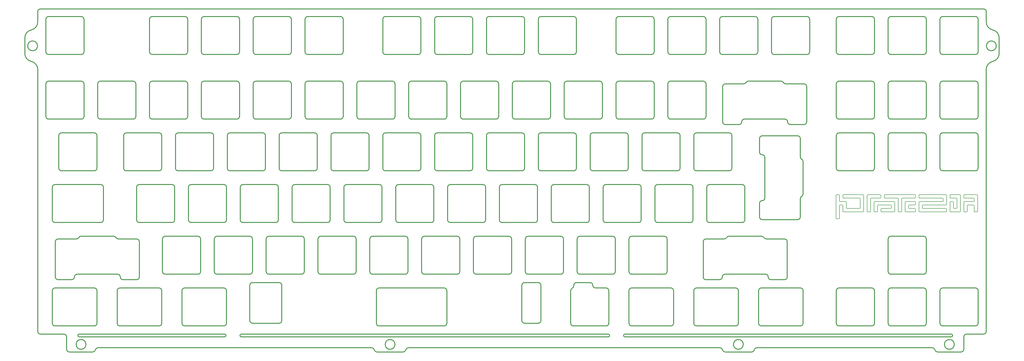
<source format=gbr>
%TF.GenerationSoftware,KiCad,Pcbnew,(5.1.9)-1*%
%TF.CreationDate,2021-02-08T17:30:41+01:00*%
%TF.ProjectId,P.01_ISO,502e3031-5f49-4534-9f2e-6b696361645f,rev?*%
%TF.SameCoordinates,Original*%
%TF.FileFunction,Profile,NP*%
%FSLAX46Y46*%
G04 Gerber Fmt 4.6, Leading zero omitted, Abs format (unit mm)*
G04 Created by KiCad (PCBNEW (5.1.9)-1) date 2021-02-08 17:30:41*
%MOMM*%
%LPD*%
G01*
G04 APERTURE LIST*
%TA.AperFunction,Profile*%
%ADD10C,0.300000*%
%TD*%
%TA.AperFunction,Profile*%
%ADD11C,0.187858*%
%TD*%
G04 APERTURE END LIST*
D10*
X252398496Y-106879501D02*
G75*
G02*
X253398496Y-105879501I1000000J0D01*
G01*
X245999000Y-99965003D02*
G75*
G02*
X246999000Y-100965003I0J-1000000D01*
G01*
X246999000Y-112965003D02*
X246999000Y-100965003D01*
X267398501Y-111879501D02*
X267398496Y-105173552D01*
X266398497Y-82003501D02*
X253398497Y-82003501D01*
X252398496Y-106879501D02*
X252398496Y-111879501D01*
X252398497Y-83003501D02*
G75*
G02*
X253398497Y-82003501I1000000J0D01*
G01*
X266398497Y-82003501D02*
G75*
G02*
X267398497Y-83003501I0J-1000000D01*
G01*
X253414189Y-112879378D02*
G75*
G02*
X252398496Y-111879501I-15693J999877D01*
G01*
X246999000Y-112965003D02*
G75*
G02*
X245999000Y-113965003I-1000000J0D01*
G01*
X253398496Y-89003501D02*
G75*
G02*
X252398496Y-88003501I0J1000000D01*
G01*
X254398496Y-104879501D02*
G75*
G02*
X253398496Y-105879501I-1000000J0D01*
G01*
X267898496Y-90575476D02*
G75*
G02*
X268398496Y-91441501I-500000J-866025D01*
G01*
X233999000Y-113965003D02*
X245999000Y-113965003D01*
X267898496Y-90575475D02*
G75*
G02*
X267398496Y-89709450I500000J866025D01*
G01*
X232999000Y-100965003D02*
X232999000Y-112965003D01*
X245999000Y-99965003D02*
X233999000Y-99965003D01*
X268398497Y-103441501D02*
G75*
G02*
X267898496Y-104307527I-1000001J0D01*
G01*
X233999000Y-113965003D02*
G75*
G02*
X232999000Y-112965003I0J1000000D01*
G01*
X267398501Y-111879501D02*
G75*
G02*
X266395200Y-112879501I-1000005J0D01*
G01*
X253398496Y-89003501D02*
G75*
G02*
X254398496Y-90003501I0J-1000000D01*
G01*
X267398496Y-105173552D02*
G75*
G02*
X267898496Y-104307527I1000000J0D01*
G01*
X254398496Y-90003501D02*
X254398496Y-104879501D01*
X253414189Y-112879378D02*
X266398496Y-112879501D01*
X268398496Y-103441501D02*
X268398496Y-91441501D01*
X267398496Y-89709450D02*
X267398497Y-83003501D01*
X252398497Y-83003501D02*
X252398496Y-88003501D01*
X232999000Y-100965003D02*
G75*
G02*
X233999000Y-99965003I1000000J0D01*
G01*
D11*
X322648476Y-103694496D02*
X322603240Y-103694496D01*
X326203372Y-103916118D02*
X326130186Y-103769660D01*
X322394690Y-103951550D02*
X322394690Y-103951550D01*
X322394174Y-103916118D02*
X322394690Y-103951550D01*
X322603240Y-103694496D02*
X322467532Y-103769660D01*
X322467532Y-103769660D02*
X322394174Y-103916118D01*
X325949586Y-103694496D02*
X322648476Y-103694496D01*
X326202942Y-109823957D02*
X326202942Y-109788964D01*
X326130186Y-103769660D02*
X325994392Y-103694496D01*
X326202942Y-103951550D02*
X326203372Y-103916118D01*
X325994392Y-103694496D02*
X325949586Y-103694496D01*
X326202942Y-109788964D02*
X326202942Y-103951550D01*
X309446616Y-108772753D02*
X307411942Y-108772753D01*
X324933840Y-105221143D02*
X324933840Y-108520326D01*
X309625840Y-106297536D02*
X309491422Y-106223352D01*
X326128724Y-109968592D02*
X326202942Y-109823957D01*
X307411942Y-108772753D02*
X307411942Y-108772753D01*
X309699972Y-106431911D02*
X309625840Y-106297536D01*
X325949586Y-110043249D02*
X325994392Y-110043249D01*
X324679968Y-108773682D02*
X323917578Y-108773682D01*
X322394690Y-104713037D02*
X322394690Y-104757826D01*
X322648476Y-110043249D02*
X325949586Y-110043249D01*
X322613044Y-110043713D02*
X322648476Y-110043249D01*
X322466586Y-109969994D02*
X322613044Y-110043713D01*
X323406222Y-106234094D02*
X322644778Y-106234094D01*
X323663792Y-106452448D02*
X323587768Y-106306867D01*
X309478780Y-110043249D02*
X309624894Y-109969056D01*
X309481618Y-108772753D02*
X309446616Y-108772753D01*
X309446616Y-106223352D02*
X306142840Y-106223352D01*
X324933840Y-108520326D02*
X324933840Y-108565124D01*
X305962669Y-106297071D02*
X305888022Y-106431446D01*
X322390992Y-109824422D02*
X322466586Y-109969994D01*
X324714970Y-104966393D02*
X324859192Y-105041041D01*
X322468822Y-104892201D02*
X322603240Y-104966393D01*
X323587768Y-106306867D02*
X323441224Y-106233621D01*
X324724774Y-108773682D02*
X324679968Y-108773682D01*
X309699972Y-109027503D02*
X309699972Y-108982241D01*
X309699972Y-109833753D02*
X309699972Y-109788964D01*
X306107322Y-106222888D02*
X305962669Y-106297071D01*
X322394690Y-104757826D02*
X322468822Y-104892201D01*
X306142840Y-106223352D02*
X306107322Y-106222888D01*
X322391422Y-109788964D02*
X322390992Y-109824422D01*
X322391422Y-106487914D02*
X322391422Y-109788964D01*
X322391422Y-106442652D02*
X322391422Y-106487914D01*
X309625840Y-108847401D02*
X309481618Y-108772753D01*
X322465640Y-106308277D02*
X322391422Y-106442652D01*
X322599972Y-106234094D02*
X322465640Y-106308277D01*
X322644778Y-106234094D02*
X322599972Y-106234094D01*
X323441224Y-106233621D02*
X323406222Y-106234094D01*
X323664222Y-106487914D02*
X323663792Y-106452448D01*
X324679968Y-104966393D02*
X324714970Y-104966393D01*
X323664222Y-108520326D02*
X323664222Y-106487914D01*
X305888022Y-106431446D02*
X305888022Y-106476708D01*
X323664222Y-108565124D02*
X323664222Y-108520326D01*
X323738440Y-108699499D02*
X323664222Y-108565124D01*
X323872772Y-108773682D02*
X323738440Y-108699499D01*
X309699972Y-108982241D02*
X309625840Y-108847401D01*
X324859192Y-105041041D02*
X324933840Y-105175881D01*
X309491422Y-106223352D02*
X309446616Y-106223352D01*
X323917578Y-108773682D02*
X323872772Y-108773682D01*
X324859192Y-108699499D02*
X324724774Y-108773682D01*
X322394690Y-103951550D02*
X322394690Y-104713037D01*
X305888538Y-109825823D02*
X305963616Y-109969521D01*
X324933840Y-105175881D02*
X324933840Y-105221143D01*
X322603240Y-104966393D02*
X322648476Y-104966393D01*
X306142840Y-110043249D02*
X309443778Y-110043249D01*
X305888022Y-106476708D02*
X305888022Y-109791286D01*
X322648476Y-104966393D02*
X324679968Y-104966393D01*
X309624894Y-109969056D02*
X309699972Y-109833753D01*
X306098034Y-110043249D02*
X306142840Y-110043249D01*
X309699972Y-109788964D02*
X309699972Y-109027503D01*
X325994392Y-110043249D02*
X326128724Y-109968592D01*
X309443778Y-110043249D02*
X309478780Y-110043249D01*
X324933840Y-108565124D02*
X324859192Y-108699499D01*
X305963616Y-109969521D02*
X306098034Y-110043249D01*
X305888022Y-109791286D02*
X305888538Y-109825823D01*
X309443778Y-107492919D02*
X309478780Y-107492919D01*
X309699972Y-106476708D02*
X309699972Y-106431911D01*
X309699972Y-107282958D02*
X309699972Y-107238161D01*
X301870274Y-106223352D02*
X301825468Y-106223352D01*
X309624894Y-107418726D02*
X309699972Y-107282958D01*
X309478780Y-107492919D02*
X309624894Y-107418726D01*
X307158586Y-108520326D02*
X307158586Y-107746266D01*
X302079340Y-106431911D02*
X302004692Y-106297536D01*
X295731078Y-107701477D02*
X295805296Y-107567102D01*
X307232718Y-108698561D02*
X307158586Y-108554864D01*
X302079340Y-109774499D02*
X302079340Y-106476708D01*
X300553700Y-108762012D02*
X297253966Y-108762012D01*
X295984950Y-107492919D02*
X300553700Y-107492919D01*
X307158586Y-108554864D02*
X307158586Y-108520326D01*
X302079340Y-109819287D02*
X302079340Y-109774499D01*
X307367136Y-108772753D02*
X307232718Y-108698561D01*
X294535248Y-106297071D02*
X294461030Y-106431446D01*
X297074828Y-109953662D02*
X297219050Y-110028319D01*
X300807916Y-107746266D02*
X300807916Y-108508656D01*
X307411942Y-107492919D02*
X309443778Y-107492919D01*
X307158586Y-107701477D02*
X307232718Y-107567102D01*
X294461030Y-106476708D02*
X294461030Y-106476708D01*
X297000696Y-108971508D02*
X297000696Y-109016761D01*
X294670096Y-110028783D02*
X294715332Y-110028783D01*
X307367136Y-107492919D02*
X307411942Y-107492919D01*
X307158586Y-107746266D02*
X307158586Y-107701477D01*
X301825468Y-106223352D02*
X294715332Y-106223352D01*
X295805296Y-107567102D02*
X295939628Y-107492919D01*
X302004692Y-106297536D02*
X301870274Y-106223352D01*
X302079340Y-106476708D02*
X302079340Y-106431911D01*
X300732838Y-108687828D02*
X300598420Y-108762012D01*
X295731078Y-109819287D02*
X295731078Y-109774499D01*
X301857718Y-110028783D02*
X302003746Y-109954591D01*
X300598420Y-107492919D02*
X300732838Y-107567102D01*
X295731078Y-109774499D02*
X295731078Y-107746266D01*
X294535248Y-109954127D02*
X294670096Y-110028783D01*
X294461030Y-106431446D02*
X294461030Y-106476708D01*
X307232718Y-107567102D02*
X307367136Y-107492919D01*
X307411942Y-108772753D02*
X307367136Y-108772753D01*
X300807916Y-108508656D02*
X300807486Y-108543658D01*
X294715332Y-106223352D02*
X294679900Y-106222888D01*
X301822716Y-110028783D02*
X301857718Y-110028783D01*
X297253966Y-110028783D02*
X301822716Y-110028783D01*
X297219050Y-110028319D02*
X297253966Y-110028783D01*
X297000696Y-109819287D02*
X297074828Y-109953662D01*
X297000696Y-109016761D02*
X297000696Y-109774499D01*
X295731078Y-107746266D02*
X295731078Y-107701477D01*
X295939628Y-107492919D02*
X295984950Y-107492919D01*
X297253966Y-108762012D02*
X297219050Y-108762012D01*
X297074828Y-108836669D02*
X297000696Y-108971508D01*
X300553700Y-107492919D02*
X300598420Y-107492919D01*
X300807486Y-108543658D02*
X300732838Y-108687828D01*
X300732838Y-107567102D02*
X300807486Y-107711281D01*
X295656430Y-109954127D02*
X295731078Y-109819287D01*
X294679900Y-106222888D02*
X294535248Y-106297071D01*
X297000696Y-109774499D02*
X297000696Y-109819287D01*
X297219050Y-108762012D02*
X297074828Y-108836669D01*
X300807486Y-107711281D02*
X300807916Y-107746266D01*
X295521582Y-110028783D02*
X295656430Y-109954127D01*
X294715332Y-110028783D02*
X295476776Y-110028783D01*
X302003746Y-109954591D02*
X302079340Y-109819287D01*
X295476776Y-110028783D02*
X295521582Y-110028783D01*
X309699972Y-107238161D02*
X309699972Y-106476708D01*
X300598420Y-108762012D02*
X300553700Y-108762012D01*
X290653724Y-103916118D02*
X290580022Y-103769660D01*
X290653724Y-103951550D02*
X290653724Y-103916118D01*
X280749186Y-112581907D02*
X281511580Y-112581907D01*
X290653724Y-109788964D02*
X290653724Y-103951550D01*
X283253785Y-110043249D02*
X283289243Y-110043249D01*
X281973494Y-106234094D02*
X281838655Y-106159437D01*
X283034493Y-109788964D02*
X283034029Y-109823957D01*
X280495834Y-103951550D02*
X280495834Y-112328553D01*
X281838655Y-106159437D02*
X281764463Y-106024598D01*
X280495834Y-112373346D02*
X280570020Y-112507721D01*
X283034493Y-107757936D02*
X283034493Y-109788964D01*
X281764463Y-103951550D02*
X281764463Y-103916118D01*
X282959845Y-107577844D02*
X283034493Y-107712683D01*
X281764463Y-106024598D02*
X281764463Y-105979809D01*
X283108677Y-109968592D02*
X283253785Y-110043249D01*
X281764463Y-103916118D02*
X281691208Y-103770520D01*
X281764927Y-107724336D02*
X281838655Y-107578772D01*
X280495834Y-112328553D02*
X280495834Y-112373346D01*
X281511580Y-103694496D02*
X280749186Y-103694496D01*
X284050704Y-106234094D02*
X282018747Y-106234094D01*
X284229868Y-106308277D02*
X284095493Y-106234094D01*
X290653724Y-109833753D02*
X290653724Y-109788964D01*
X290444228Y-110043249D02*
X290579076Y-109968592D01*
X282824997Y-107503651D02*
X282959845Y-107577844D01*
X281765400Y-112373346D02*
X281765400Y-112328553D01*
X281546573Y-103694496D02*
X281511580Y-103694496D01*
X281556368Y-112581907D02*
X281690743Y-112507721D01*
X280569086Y-103770090D02*
X280495368Y-103916118D01*
X281764463Y-105979809D02*
X281764463Y-103951550D01*
X283034029Y-109823957D02*
X283108677Y-109968592D01*
X282018747Y-106234094D02*
X281973494Y-106234094D01*
X294461030Y-109819287D02*
X294535248Y-109954127D01*
X294461030Y-109774499D02*
X294461030Y-109819287D01*
X283035422Y-103951550D02*
X283035422Y-103951550D01*
X290444228Y-103694496D02*
X290399422Y-103694496D01*
X290579076Y-109968592D02*
X290653724Y-109833753D01*
X290399422Y-110043249D02*
X290444228Y-110043249D01*
X281765400Y-107759802D02*
X281764927Y-107724336D01*
X281765400Y-112328553D02*
X281765400Y-107759802D01*
X281511580Y-112581907D02*
X281556368Y-112581907D01*
X294461030Y-106476708D02*
X294461030Y-109774499D01*
X283034493Y-107712683D02*
X283034493Y-107757936D01*
X281691208Y-103770520D02*
X281546573Y-103694496D01*
X283289243Y-103694496D02*
X283243989Y-103694496D01*
X283289243Y-110043249D02*
X290399422Y-110043249D01*
X284304989Y-108520326D02*
X284304989Y-106487914D01*
X282780209Y-107503651D02*
X282824997Y-107503651D01*
X280713727Y-103694496D02*
X280569086Y-103770090D01*
X283108213Y-103769660D02*
X283034958Y-103916118D01*
X281690743Y-112507721D02*
X281765400Y-112373346D01*
X284304524Y-106452448D02*
X284229868Y-106308277D01*
X283034958Y-103916118D02*
X283035422Y-103951550D01*
X283243989Y-103694496D02*
X283108213Y-103769660D01*
X290399422Y-103694496D02*
X283289243Y-103694496D01*
X290580022Y-103769660D02*
X290444228Y-103694496D01*
X280495368Y-103916118D02*
X280495834Y-103951550D01*
X284304989Y-106487914D02*
X284304524Y-106452448D01*
X281983290Y-107503651D02*
X282018747Y-107503651D01*
X280704395Y-112581907D02*
X280749186Y-112581907D01*
X280749186Y-103694496D02*
X280713727Y-103694496D01*
X281838655Y-107578772D02*
X281983290Y-107503651D01*
X280570020Y-112507721D02*
X280704395Y-112581907D01*
X282018747Y-107503651D02*
X282780209Y-107503651D01*
X284095493Y-106234094D02*
X284050704Y-106234094D01*
X284304989Y-108565124D02*
X284304989Y-108520326D01*
X284380110Y-108700427D02*
X284304989Y-108565124D01*
X298480584Y-104952393D02*
X298525390Y-104952393D01*
X283035422Y-104713037D02*
X283035422Y-104757826D01*
X332298278Y-103694496D02*
X332298278Y-103694496D01*
X284525690Y-108774147D02*
X284380110Y-108700427D01*
X284561148Y-108773682D02*
X284525690Y-108774147D01*
X289129890Y-104966393D02*
X289164892Y-104966393D01*
X283035422Y-103951550D02*
X283035422Y-104713037D01*
X298525390Y-104952393D02*
X303094140Y-104952393D01*
X304619866Y-109774499D02*
X304619866Y-109774499D01*
X298272034Y-103891866D02*
X298272034Y-103937102D01*
X309443778Y-103682800D02*
X298525390Y-103682800D01*
X309699972Y-104698572D02*
X309699972Y-103937102D01*
X309441972Y-104951464D02*
X309476974Y-104951928D01*
X289129890Y-108773682D02*
X284561148Y-108773682D01*
X289174696Y-108773682D02*
X289129890Y-108773682D01*
X289309028Y-108699499D02*
X289174696Y-108773682D01*
X289383246Y-105221143D02*
X289383246Y-108520326D01*
X289383246Y-108565124D02*
X289309028Y-108699499D01*
X289383246Y-108520326D02*
X289383246Y-108565124D01*
X289383246Y-105175881D02*
X289383246Y-105221143D01*
X309476974Y-104951928D02*
X309623432Y-104878674D01*
X289309028Y-105041041D02*
X289383246Y-105175881D01*
X303348442Y-105205749D02*
X303348442Y-109774499D01*
X309623432Y-104878674D02*
X309699542Y-104733566D01*
X304365134Y-110028783D02*
X304409940Y-110028783D01*
X304619866Y-105160487D02*
X304694084Y-105026112D01*
X303557422Y-110028783D02*
X303602744Y-110028783D01*
X332333280Y-103694496D02*
X332298278Y-103694496D01*
X304619866Y-109774499D02*
X304619866Y-105205749D01*
X303094140Y-104952393D02*
X303129142Y-104951928D01*
X303273794Y-105026112D02*
X303348442Y-105160487D01*
X289164892Y-104966393D02*
X289309028Y-105041041D01*
X283109614Y-104892201D02*
X283243989Y-104966393D01*
X304545218Y-109954127D02*
X304619866Y-109819287D01*
X304619866Y-109819287D02*
X304619866Y-109774499D01*
X283243989Y-104966393D02*
X283289243Y-104966393D01*
X283289243Y-104966393D02*
X289129890Y-104966393D01*
X283035422Y-104757826D02*
X283109614Y-104892201D01*
X298346252Y-103757448D02*
X298272034Y-103891866D01*
X303422574Y-109954127D02*
X303557422Y-110028783D01*
X309624894Y-103756588D02*
X309478780Y-103682370D01*
X309699972Y-103891866D02*
X309624894Y-103756588D01*
X332478448Y-103770090D02*
X332333280Y-103694496D01*
X303348442Y-109774499D02*
X303348442Y-109819287D01*
X304838220Y-104951464D02*
X304873222Y-104951464D01*
X303348442Y-105160487D02*
X303348442Y-105205749D01*
X298272034Y-104698572D02*
X298272034Y-104743361D01*
X309699972Y-103937102D02*
X309699972Y-103891866D01*
X298272034Y-103937102D02*
X298272034Y-104698572D01*
X309699542Y-104733566D02*
X309699972Y-104698572D01*
X304873222Y-104951464D02*
X309441972Y-104951464D01*
X298490388Y-103682800D02*
X298346252Y-103757448D01*
X304409940Y-110028783D02*
X304545218Y-109954127D01*
X309478780Y-103682370D02*
X309443778Y-103682800D01*
X303129142Y-104951928D02*
X303273794Y-105026112D01*
X303602744Y-110028783D02*
X304365134Y-110028783D01*
X303348442Y-109819287D02*
X303422574Y-109954127D01*
X298346252Y-104877736D02*
X298480584Y-104952393D01*
X298272034Y-104743361D02*
X298346252Y-104877736D01*
X298525390Y-103682800D02*
X298490388Y-103682800D01*
X304694084Y-105026112D02*
X304838220Y-104951464D01*
X304619866Y-105205749D02*
X304619866Y-105160487D01*
X327473420Y-109788964D02*
X327473420Y-109833753D01*
X332551634Y-109833753D02*
X332551634Y-109788964D01*
X328668390Y-109968128D02*
X328742522Y-109833753D01*
X327681970Y-104966393D02*
X327726776Y-104966393D01*
X332551634Y-103916118D02*
X332478448Y-103770090D01*
X328524168Y-110042776D02*
X328668390Y-109968128D01*
X332477502Y-109968128D02*
X332551634Y-109833753D01*
X331282532Y-109833753D02*
X331356836Y-109968128D01*
X327473420Y-104757826D02*
X327547638Y-104892201D01*
X331207884Y-106162232D02*
X331072692Y-106236889D01*
X327473420Y-103951550D02*
X327473420Y-104713037D01*
X328817170Y-107577844D02*
X328952018Y-107503651D01*
X331027886Y-106236889D02*
X327726776Y-106236889D01*
X331072692Y-106236889D02*
X331027886Y-106236889D01*
X327472990Y-103915688D02*
X327473420Y-103951550D01*
X328742522Y-109788964D02*
X328742522Y-107757936D01*
X331282532Y-106027393D02*
X331207884Y-106162232D01*
X320905772Y-103694496D02*
X320870770Y-103694496D01*
X331207884Y-105040577D02*
X331282532Y-105175881D01*
X332551634Y-103951550D02*
X332551634Y-103916118D01*
X327681970Y-106236889D02*
X327547638Y-106311072D01*
X332551634Y-109788964D02*
X332551634Y-103951550D01*
X331282532Y-105221143D02*
X331282532Y-105982604D01*
X321124642Y-107250768D02*
X321124642Y-103951550D01*
X332333280Y-110042776D02*
X332477502Y-109968128D01*
X331535974Y-110043249D02*
X332298278Y-110043249D01*
X328742522Y-107712683D02*
X328817170Y-107577844D01*
X328489166Y-110043249D02*
X328524168Y-110042776D01*
X328742522Y-107757936D02*
X328742522Y-107712683D01*
X327726776Y-106236889D02*
X327681970Y-106236889D01*
X327726776Y-104966393D02*
X331027886Y-104966393D01*
X327547638Y-104892201D02*
X327681970Y-104966393D01*
X327473420Y-104713037D02*
X327473420Y-104757826D01*
X327693666Y-103693980D02*
X327547638Y-103769144D01*
X332298278Y-110043249D02*
X332333280Y-110042776D01*
X331500972Y-110042776D02*
X331535974Y-110043249D01*
X331282532Y-105175881D02*
X331282532Y-105221143D01*
X331356836Y-109968128D02*
X331500972Y-110042776D01*
X331282532Y-109788964D02*
X331282532Y-109833753D01*
X327547638Y-109968128D02*
X327691774Y-110042776D01*
X328952018Y-107503651D02*
X328997340Y-107503651D01*
X331282532Y-107757936D02*
X331282532Y-109788964D01*
X327473420Y-106445447D02*
X327473420Y-106490236D01*
X328742522Y-109833753D02*
X328742522Y-109788964D01*
X327729528Y-103694496D02*
X327693666Y-103693980D01*
X320870770Y-103694496D02*
X320870770Y-103694496D01*
X332298278Y-103694496D02*
X327729528Y-103694496D01*
X321050940Y-103770090D02*
X320905772Y-103694496D01*
X331027886Y-104966393D02*
X331072692Y-104966393D01*
X331072692Y-107503651D02*
X331207884Y-107577844D01*
X328997340Y-107503651D02*
X331027886Y-107503651D01*
X321124642Y-103951550D02*
X321124642Y-103916118D01*
X327473420Y-109833753D02*
X327547638Y-109968128D01*
X327473420Y-106490236D02*
X327473420Y-109788964D01*
X327547638Y-106311072D02*
X327473420Y-106445447D01*
X321124642Y-103916118D02*
X321050940Y-103770090D01*
X331282532Y-107712683D02*
X331282532Y-107757936D01*
X327691774Y-110042776D02*
X327726776Y-110043249D01*
X331207884Y-107577844D02*
X331282532Y-107712683D01*
X331282532Y-105982604D02*
X331282532Y-106027393D01*
X331072692Y-104966393D02*
X331207884Y-105040577D01*
X327547638Y-103769144D02*
X327472990Y-103915688D01*
X331027886Y-107503651D02*
X331072692Y-107503651D01*
X327726776Y-110043249D02*
X328489166Y-110043249D01*
X321049994Y-107429932D02*
X321124642Y-107295557D01*
X320870770Y-103694496D02*
X311222946Y-103694496D01*
X320915576Y-107504589D02*
X321049994Y-107429932D01*
X320870770Y-107504589D02*
X320915576Y-107504589D01*
X321049994Y-108847401D02*
X320905772Y-108772753D01*
X310969590Y-109833753D02*
X311043722Y-109968128D01*
X310969590Y-109788964D02*
X310969590Y-109833753D01*
X310967698Y-103951550D02*
X310967698Y-104713037D01*
X292144018Y-103682800D02*
X291999796Y-103757448D01*
X312446296Y-107504589D02*
X312491532Y-107504589D01*
X312311448Y-107578772D02*
X312446296Y-107504589D01*
X311043722Y-109968128D02*
X311187944Y-110042776D01*
X312491532Y-108772753D02*
X312446296Y-108772753D01*
X319857002Y-105218348D02*
X319857002Y-105979809D01*
X312236800Y-107713612D02*
X312311448Y-107578772D01*
X319602700Y-106234094D02*
X311222946Y-106234094D01*
X319647420Y-104964063D02*
X319782268Y-105038246D01*
X311222946Y-103694496D02*
X311187428Y-103693980D01*
X312236800Y-107758874D02*
X312236800Y-107713612D01*
X312236800Y-108520326D02*
X312236800Y-107758874D01*
X291997474Y-109955056D02*
X292141180Y-110032043D01*
X291925664Y-103891866D02*
X291925664Y-103937102D01*
X312236800Y-108555328D02*
X312236800Y-108520326D01*
X311222946Y-110043249D02*
X320870770Y-110043249D01*
X320905772Y-108772753D02*
X320870770Y-108772753D01*
X319782268Y-105038246D02*
X319857002Y-105173086D01*
X310967182Y-103916118D02*
X310967698Y-103951550D01*
X291999796Y-103757448D02*
X291925664Y-103891866D01*
X312311878Y-108699034D02*
X312236800Y-108555328D01*
X312446296Y-108772753D02*
X312311878Y-108699034D01*
X321124642Y-109027503D02*
X321124642Y-108982241D01*
X321124642Y-109788964D02*
X321124642Y-109027503D01*
X310969590Y-106487914D02*
X310969590Y-109788964D01*
X319647420Y-106234094D02*
X319602700Y-106234094D01*
X319782268Y-106159437D02*
X319647420Y-106234094D01*
X311187944Y-110042776D02*
X311222946Y-110043249D01*
X320870770Y-108772753D02*
X312491532Y-108772753D01*
X319857002Y-106024598D02*
X319782268Y-106159437D01*
X291925148Y-109809492D02*
X291997474Y-109955056D01*
X321124642Y-108982241D02*
X321049994Y-108847401D01*
X321124642Y-109833753D02*
X321124642Y-109788964D01*
X319602700Y-104964063D02*
X319647420Y-104964063D01*
X311043292Y-104890808D02*
X311187944Y-104964063D01*
X321049994Y-109968128D02*
X321124642Y-109833753D01*
X311043722Y-106308277D02*
X310969590Y-106442652D01*
X319857002Y-105173086D02*
X319857002Y-105218348D01*
X292141180Y-110032043D02*
X292176698Y-110032516D01*
X311222946Y-106234094D02*
X311178140Y-106234094D01*
X311178140Y-106234094D02*
X311043722Y-106308277D01*
X319857002Y-105979809D02*
X319857002Y-106024598D01*
X310967698Y-104713037D02*
X310967698Y-104747566D01*
X292176698Y-110032516D02*
X292176698Y-110032516D01*
X291925664Y-103937102D02*
X291925664Y-109774499D01*
X311222946Y-104964063D02*
X319602700Y-104964063D01*
X310967698Y-104747566D02*
X311043292Y-104890808D01*
X291925664Y-109774499D02*
X291925148Y-109809492D01*
X311041400Y-103769660D02*
X310967182Y-103916118D01*
X311187944Y-104964063D02*
X311222946Y-104964063D01*
X320905772Y-110042776D02*
X321049994Y-109968128D01*
X320870770Y-110043249D02*
X320905772Y-110042776D01*
X310969590Y-106442652D02*
X310969590Y-106487914D01*
X311187428Y-103693980D02*
X311041400Y-103769660D01*
X321124642Y-107295557D02*
X321124642Y-107250768D01*
X312491532Y-107504589D02*
X320870770Y-107504589D01*
X296792920Y-103682800D02*
X296748200Y-103682800D01*
X293193390Y-105205749D02*
X293193390Y-105160951D01*
X296748200Y-104952393D02*
X296792920Y-104952393D01*
X296927338Y-103757018D02*
X296792920Y-103682800D01*
X297001642Y-103901670D02*
X296927338Y-103757018D01*
X297001642Y-103937102D02*
X297001642Y-103901670D01*
X297001642Y-104697643D02*
X297001642Y-103937102D01*
X293193390Y-105160951D02*
X293267522Y-105026576D01*
X293120032Y-109956457D02*
X293193820Y-109809956D01*
X296927338Y-104877272D02*
X297001642Y-104732637D01*
X296792920Y-104952393D02*
X296927338Y-104877272D01*
X293446746Y-104952393D02*
X296748200Y-104952393D01*
X293401940Y-104952393D02*
X293446746Y-104952393D01*
X293193390Y-109774499D02*
X293193390Y-105205749D01*
X292984324Y-110032516D02*
X293120032Y-109956457D01*
X293193820Y-109809956D02*
X293193390Y-109774499D01*
X292939088Y-110032516D02*
X292984324Y-110032516D01*
X292176698Y-110032516D02*
X292939088Y-110032516D01*
X297001642Y-104732637D02*
X297001642Y-104697643D01*
X292179450Y-103682800D02*
X292144018Y-103682800D01*
X293267522Y-105026576D02*
X293401940Y-104952393D01*
X296748200Y-103682800D02*
X292179450Y-103682800D01*
D10*
X110814707Y-160862110D02*
G75*
G03*
X109835463Y-160064795I-979244J-202685D01*
G01*
X110814707Y-160862110D02*
G75*
G03*
X111793951Y-161659425I979244J202685D01*
G01*
X340491430Y-51656333D02*
G75*
G02*
X338115583Y-54590708I-3000000J-21D01*
G01*
X335739736Y-57525083D02*
G75*
G02*
X338115583Y-54590708I3000000J21D01*
G01*
X335739749Y-40056262D02*
G75*
G03*
X338115596Y-42990637I3000000J-21D01*
G01*
X340491443Y-45925012D02*
G75*
G03*
X338115596Y-42990637I-3000000J21D01*
G01*
X-12872375Y-57525070D02*
G75*
G03*
X-15248222Y-54590695I-3000000J21D01*
G01*
X-17624069Y-51656320D02*
G75*
G03*
X-15248222Y-54590695I3000000J-21D01*
G01*
X-17624188Y-45924991D02*
G75*
G02*
X-15248341Y-42990616I3000000J21D01*
G01*
X327481476Y-160659799D02*
G75*
G02*
X326481476Y-161659799I-1000000J0D01*
G01*
X315881554Y-160065169D02*
G75*
G02*
X316860798Y-160862484I0J-1000000D01*
G01*
X317840042Y-161659799D02*
G75*
G02*
X316860798Y-160862484I0J1000000D01*
G01*
X237835712Y-160064795D02*
G75*
G02*
X238814956Y-160862110I0J-1000000D01*
G01*
X2353266Y-156064793D02*
G75*
G02*
X1853266Y-155564794I-1J499999D01*
G01*
X1853266Y-155564794D02*
G75*
G02*
X2353265Y-155064794I499999J1D01*
G01*
X197335707Y-155564800D02*
G75*
G02*
X196835712Y-156064795I-499994J-1D01*
G01*
X61935492Y-156064794D02*
G75*
G02*
X61435493Y-155564796I-1J499998D01*
G01*
X122414736Y-160862110D02*
G75*
G02*
X123393980Y-160064795I979244J-202685D01*
G01*
X122414736Y-160862110D02*
G75*
G02*
X121435492Y-161659425I-979244J202685D01*
G01*
X8393634Y-160684983D02*
X8332520Y-160862164D01*
X8393634Y-160684983D02*
G75*
G02*
X9311775Y-160064795I910948J-358876D01*
G01*
X7353265Y-161659532D02*
X-1219258Y-161656039D01*
X-1219258Y-161656039D02*
G75*
G02*
X-2246735Y-160659532I-50742J975639D01*
G01*
X-3246735Y-155064794D02*
G75*
G02*
X-2267671Y-156051077I0J-979090D01*
G01*
X33989999Y-133014997D02*
G75*
G02*
X32989999Y-132014997I0J1000000D01*
G01*
X251777502Y-39052503D02*
X251777502Y-51052503D01*
X238777502Y-38052502D02*
X250777502Y-38052503D01*
X251777502Y-51052503D02*
G75*
G02*
X250777502Y-52052503I-1000000J0D01*
G01*
X108902500Y-93914999D02*
G75*
G02*
X107902500Y-94914999I-1000000J0D01*
G01*
X237777502Y-39052502D02*
G75*
G02*
X238777502Y-38052502I1000000J0D01*
G01*
X250777502Y-52052503D02*
X238777502Y-52052502D01*
X114952502Y-38052499D02*
X126952502Y-38052499D01*
X127952502Y-39052499D02*
X127952502Y-51052499D01*
X126952502Y-38052499D02*
G75*
G02*
X127952502Y-39052499I0J-1000000D01*
G01*
X46989999Y-132014997D02*
G75*
G02*
X45989999Y-133014997I-1000000J0D01*
G01*
X33989999Y-133014997D02*
X45989999Y-133014997D01*
X98377502Y-38052498D02*
G75*
G02*
X99377502Y-39052498I0J-1000000D01*
G01*
X98377502Y-52052498D02*
X86377502Y-52052498D01*
X256827502Y-39052503D02*
G75*
G02*
X257827502Y-38052503I1000000J0D01*
G01*
X190152501Y-81915001D02*
G75*
G02*
X191152501Y-80915001I1000000J0D01*
G01*
X107902501Y-80914999D02*
G75*
G02*
X108902501Y-81914999I0J-1000000D01*
G01*
X203152501Y-80915001D02*
G75*
G02*
X204152501Y-81915001I0J-1000000D01*
G01*
X99377502Y-39052498D02*
X99377502Y-51052498D01*
X32990000Y-120014997D02*
X32989999Y-132014997D01*
X238777502Y-52052502D02*
G75*
G02*
X237777502Y-51052502I0J1000000D01*
G01*
X86377502Y-38052498D02*
X98377502Y-38052498D01*
X94902501Y-81914998D02*
X94902500Y-93914998D01*
X269827502Y-38052503D02*
X257827502Y-38052503D01*
X191152501Y-80915001D02*
X203152501Y-80915001D01*
X250777502Y-38052503D02*
G75*
G02*
X251777502Y-39052503I0J-1000000D01*
G01*
X204152501Y-81915001D02*
X204152500Y-93915001D01*
X113952502Y-39052499D02*
G75*
G02*
X114952502Y-38052499I1000000J0D01*
G01*
X107902501Y-80914999D02*
X95902501Y-80914998D01*
X237777502Y-51052502D02*
X237777502Y-39052502D01*
X127952502Y-51052499D02*
G75*
G02*
X126952502Y-52052499I-1000000J0D01*
G01*
X204152500Y-93915001D02*
G75*
G02*
X203152500Y-94915001I-1000000J0D01*
G01*
X85377502Y-39052498D02*
G75*
G02*
X86377502Y-38052498I1000000J0D01*
G01*
X95902500Y-94914998D02*
G75*
G02*
X94902500Y-93914998I0J1000000D01*
G01*
X113952502Y-51052499D02*
X113952502Y-39052499D01*
X114952502Y-52052499D02*
G75*
G02*
X113952502Y-51052499I0J1000000D01*
G01*
X126952502Y-52052499D02*
X114952502Y-52052499D01*
X32990000Y-120014997D02*
G75*
G02*
X33990000Y-119014997I1000000J0D01*
G01*
X190152500Y-93915001D02*
X190152501Y-81915001D01*
X99377502Y-51052498D02*
G75*
G02*
X98377502Y-52052498I-1000000J0D01*
G01*
X94902501Y-81914998D02*
G75*
G02*
X95902501Y-80914998I1000000J0D01*
G01*
X203152500Y-94915001D02*
X191152500Y-94915001D01*
X45990000Y-119014997D02*
G75*
G02*
X46990000Y-120014997I0J-1000000D01*
G01*
X86377502Y-52052498D02*
G75*
G02*
X85377502Y-51052498I0J1000000D01*
G01*
X46989999Y-132014997D02*
X46990000Y-120014997D01*
X95902500Y-94914998D02*
X107902500Y-94914999D01*
X45990000Y-119014997D02*
X33990000Y-119014997D01*
X191152500Y-94915001D02*
G75*
G02*
X190152500Y-93915001I0J1000000D01*
G01*
X85377502Y-51052498D02*
X85377502Y-39052498D01*
X223202500Y-93915002D02*
X223202501Y-81915002D01*
X172071249Y-150065000D02*
X172071249Y-137065000D01*
X153052500Y-94915000D02*
X165052500Y-94915000D01*
X186389999Y-133015001D02*
G75*
G02*
X185389999Y-132015001I0J1000000D01*
G01*
X108902500Y-93914999D02*
X108902501Y-81914999D01*
X153052500Y-94915000D02*
G75*
G02*
X152052500Y-93915000I0J1000000D01*
G01*
X172071249Y-150065000D02*
G75*
G02*
X171071249Y-151065000I-1000000J0D01*
G01*
X32702500Y-93914997D02*
X32702501Y-81914997D01*
X32702500Y-93914997D02*
G75*
G02*
X31702500Y-94914997I-1000000J0D01*
G01*
X166071249Y-151065000D02*
X171071249Y-151065000D01*
X131715000Y-99964999D02*
G75*
G02*
X132715000Y-100964999I0J-1000000D01*
G01*
X166071249Y-151065000D02*
G75*
G02*
X165071249Y-150065000I0J1000000D01*
G01*
X29227502Y-52052496D02*
G75*
G02*
X28227502Y-51052496I0J1000000D01*
G01*
X210202500Y-94915002D02*
G75*
G02*
X209202500Y-93915002I0J1000000D01*
G01*
X165071249Y-137065000D02*
X165071249Y-150065000D01*
X165071249Y-137065000D02*
G75*
G02*
X166071249Y-136065000I1000000J0D01*
G01*
X118715000Y-112964999D02*
X118715000Y-100964999D01*
X41227502Y-38052497D02*
X29227502Y-38052496D01*
X42227502Y-51052497D02*
X42227502Y-39052497D01*
X31702501Y-80914997D02*
G75*
G02*
X32702501Y-81914997I0J-1000000D01*
G01*
X210202500Y-94915002D02*
X222202500Y-94915002D01*
X198390000Y-119015001D02*
X186390000Y-119015001D01*
X19702500Y-94914996D02*
G75*
G02*
X18702500Y-93914996I0J1000000D01*
G01*
X219727502Y-38052502D02*
X231727502Y-38052502D01*
X231727502Y-38052502D02*
G75*
G02*
X232727502Y-39052502I0J-1000000D01*
G01*
X166052500Y-93915000D02*
G75*
G02*
X165052500Y-94915000I-1000000J0D01*
G01*
X232727502Y-51052502D02*
G75*
G02*
X231727502Y-52052502I-1000000J0D01*
G01*
X152052501Y-81915000D02*
X152052500Y-93915000D01*
X165052501Y-80915000D02*
X153052501Y-80915000D01*
X131715000Y-113964999D02*
X119715000Y-113964999D01*
X223202500Y-93915002D02*
G75*
G02*
X222202500Y-94915002I-1000000J0D01*
G01*
X209202501Y-81915002D02*
G75*
G02*
X210202501Y-80915002I1000000J0D01*
G01*
X218727502Y-39052502D02*
G75*
G02*
X219727502Y-38052502I1000000J0D01*
G01*
X118715000Y-100964999D02*
G75*
G02*
X119715000Y-99964999I1000000J0D01*
G01*
X171071249Y-136065000D02*
X166071249Y-136065000D01*
X171071249Y-136065000D02*
G75*
G02*
X172071249Y-137065000I0J-1000000D01*
G01*
X218727502Y-51052502D02*
X218727502Y-39052502D01*
X198390000Y-119015001D02*
G75*
G02*
X199390000Y-120015001I0J-1000000D01*
G01*
X28227502Y-39052496D02*
G75*
G02*
X29227502Y-38052496I1000000J0D01*
G01*
X28227502Y-39052496D02*
X28227502Y-51052496D01*
X19702500Y-94914996D02*
X31702500Y-94914997D01*
X219727502Y-52052502D02*
G75*
G02*
X218727502Y-51052502I0J1000000D01*
G01*
X231727502Y-52052502D02*
X219727502Y-52052502D01*
X18702501Y-81914996D02*
G75*
G02*
X19702501Y-80914996I1000000J0D01*
G01*
X199389999Y-132015001D02*
X199390000Y-120015001D01*
X199389999Y-132015001D02*
G75*
G02*
X198389999Y-133015001I-1000000J0D01*
G01*
X132715000Y-112964999D02*
G75*
G02*
X131715000Y-113964999I-1000000J0D01*
G01*
X31702501Y-80914997D02*
X19702501Y-80914996D01*
X186389999Y-133015001D02*
X198389999Y-133015001D01*
X132715000Y-100964999D02*
X132715000Y-112964999D01*
X41227502Y-38052497D02*
G75*
G02*
X42227502Y-39052497I0J-1000000D01*
G01*
X222202501Y-80915002D02*
G75*
G02*
X223202501Y-81915002I0J-1000000D01*
G01*
X232727502Y-39052502D02*
X232727502Y-51052502D01*
X152052501Y-81915000D02*
G75*
G02*
X153052501Y-80915000I1000000J0D01*
G01*
X165052501Y-80915000D02*
G75*
G02*
X166052501Y-81915000I0J-1000000D01*
G01*
X119715000Y-99964999D02*
X131715000Y-99964999D01*
X222202501Y-80915002D02*
X210202501Y-80915002D01*
X209202501Y-81915002D02*
X209202500Y-93915002D01*
X166052500Y-93915000D02*
X166052501Y-81915000D01*
X185390000Y-120015001D02*
G75*
G02*
X186390000Y-119015001I1000000J0D01*
G01*
X42227502Y-51052497D02*
G75*
G02*
X41227502Y-52052497I-1000000J0D01*
G01*
X29227502Y-52052496D02*
X41227502Y-52052497D01*
X119715000Y-113964999D02*
G75*
G02*
X118715000Y-112964999I0J1000000D01*
G01*
X185390000Y-120015001D02*
X185389999Y-132015001D01*
X8889999Y-151064996D02*
G75*
G02*
X7889999Y-152064996I-1000000J0D01*
G01*
X-6491251Y-152064995D02*
X7889999Y-152064996D01*
X7889999Y-138064996D02*
G75*
G02*
X8889999Y-139064996I0J-1000000D01*
G01*
X269827502Y-38052503D02*
G75*
G02*
X270827502Y-39052503I0J-1000000D01*
G01*
X270827502Y-51052503D02*
G75*
G02*
X269827502Y-52052503I-1000000J0D01*
G01*
X227965000Y-112965002D02*
X227965000Y-100965002D01*
X214965000Y-113965002D02*
X226965000Y-113965002D01*
X257827502Y-52052503D02*
G75*
G02*
X256827502Y-51052503I0J1000000D01*
G01*
X214965000Y-113965002D02*
G75*
G02*
X213965000Y-112965002I0J1000000D01*
G01*
X8889999Y-151064996D02*
X8889999Y-139064996D01*
X226965000Y-99965002D02*
X214965000Y-99965002D01*
X270827502Y-51052503D02*
X270827502Y-39052503D01*
X227965000Y-112965002D02*
G75*
G02*
X226965000Y-113965002I-1000000J0D01*
G01*
X213965000Y-100965002D02*
X213965000Y-112965002D01*
X226965000Y-99965002D02*
G75*
G02*
X227965000Y-100965002I0J-1000000D01*
G01*
X213965000Y-100965002D02*
G75*
G02*
X214965000Y-99965002I1000000J0D01*
G01*
X-7491251Y-139064995D02*
X-7491251Y-151064995D01*
X256827502Y-39052503D02*
X256827502Y-51052503D01*
X-6491251Y-152064995D02*
G75*
G02*
X-7491251Y-151064995I0J1000000D01*
G01*
X-7491251Y-139064995D02*
G75*
G02*
X-6491251Y-138064995I1000000J0D01*
G01*
X7889999Y-138064996D02*
X-6491251Y-138064995D01*
X257827502Y-52052503D02*
X269827502Y-52052503D01*
X313690001Y-74865004D02*
G75*
G02*
X312690001Y-75865004I-1000000J0D01*
G01*
X332740002Y-51052505D02*
G75*
G02*
X331740002Y-52052505I-1000000J0D01*
G01*
X300690000Y-119015004D02*
X312690000Y-119015004D01*
X332740002Y-39052505D02*
X332740002Y-51052505D01*
X293639999Y-138065004D02*
X281639999Y-138065004D01*
X331740002Y-38052505D02*
G75*
G02*
X332740002Y-39052505I0J-1000000D01*
G01*
X251435495Y-160064795D02*
X315881554Y-160065169D01*
X335739749Y-40056262D02*
X335739749Y-36252504D01*
X331739999Y-152065005D02*
X319739999Y-152065005D01*
X280640002Y-39052504D02*
X280640002Y-51052504D01*
X294639999Y-151065004D02*
X294639999Y-139065004D01*
X313689999Y-132015004D02*
G75*
G02*
X312689999Y-133015004I-1000000J0D01*
G01*
X335739746Y-154064803D02*
G75*
G02*
X334739746Y-155064803I-1000000J0D01*
G01*
X319740002Y-38052505D02*
X331740002Y-38052505D01*
X280640002Y-39052504D02*
G75*
G02*
X281640002Y-38052504I1000000J0D01*
G01*
X293640002Y-38052504D02*
X281640002Y-38052504D01*
X293639999Y-138065004D02*
G75*
G02*
X294639999Y-139065004I0J-1000000D01*
G01*
X55835463Y-155064796D02*
G75*
G02*
X56335463Y-155564796I0J-500000D01*
G01*
X312690001Y-61865004D02*
G75*
G02*
X313690001Y-62865004I0J-1000000D01*
G01*
X280639999Y-139065004D02*
G75*
G02*
X281639999Y-138065004I1000000J0D01*
G01*
X319739999Y-152065005D02*
G75*
G02*
X318739999Y-151065005I0J1000000D01*
G01*
X281640002Y-52052504D02*
X293640002Y-52052504D01*
X318739999Y-139065005D02*
G75*
G02*
X319739999Y-138065005I1000000J0D01*
G01*
X332739999Y-151065005D02*
G75*
G02*
X331739999Y-152065005I-1000000J0D01*
G01*
X331739999Y-138065005D02*
G75*
G02*
X332739999Y-139065005I0J-1000000D01*
G01*
X196835712Y-156064795D02*
X61935492Y-156064795D01*
X334739749Y-35252504D02*
X-11872519Y-35252495D01*
X250456251Y-160862110D02*
G75*
G02*
X251435495Y-160064795I979244J-202685D01*
G01*
X318739999Y-151065005D02*
X318739999Y-139065005D01*
X319739999Y-138065005D02*
X331739999Y-138065005D01*
X294640002Y-51052504D02*
X294640002Y-39052504D01*
X294639999Y-151065004D02*
G75*
G02*
X293639999Y-152065004I-1000000J0D01*
G01*
X300690001Y-61865004D02*
X312690001Y-61865004D01*
X300689999Y-133015004D02*
G75*
G02*
X299689999Y-132015004I0J1000000D01*
G01*
X313690000Y-120015004D02*
X313689999Y-132015004D01*
X334739749Y-35252504D02*
G75*
G02*
X335739749Y-36252504I0J-1000000D01*
G01*
X280639999Y-139065004D02*
X280639999Y-151065004D01*
X299690001Y-62865004D02*
G75*
G02*
X300690001Y-61865004I1000000J0D01*
G01*
X-12872520Y-36252501D02*
X-12872494Y-40056242D01*
X299690001Y-74865004D02*
X299690001Y-62865004D01*
X312690000Y-119015004D02*
G75*
G02*
X313690000Y-120015004I0J-1000000D01*
G01*
X340491430Y-51656333D02*
X340491443Y-45925012D01*
X332739999Y-139065005D02*
X332739999Y-151065005D01*
X281640002Y-52052504D02*
G75*
G02*
X280640002Y-51052504I0J1000000D01*
G01*
X281639999Y-152065004D02*
X293639999Y-152065004D01*
X312690001Y-75865004D02*
X300690001Y-75865004D01*
X293640002Y-38052504D02*
G75*
G02*
X294640002Y-39052504I0J-1000000D01*
G01*
X61935492Y-155064796D02*
X196835712Y-155064800D01*
X299689999Y-132015004D02*
X299690000Y-120015004D01*
X300690001Y-75865004D02*
G75*
G02*
X299690001Y-74865004I0J1000000D01*
G01*
X317840042Y-161659799D02*
X326481476Y-161659799D01*
X294640002Y-51052504D02*
G75*
G02*
X293640002Y-52052504I-1000000J0D01*
G01*
X313690001Y-62865004D02*
X313690001Y-74865004D01*
X312689999Y-133015004D02*
X300689999Y-133015004D01*
X281639999Y-152065004D02*
G75*
G02*
X280639999Y-151065004I0J1000000D01*
G01*
X299690000Y-120015004D02*
G75*
G02*
X300690000Y-119015004I1000000J0D01*
G01*
X263740501Y-77865003D02*
X268740501Y-77865003D01*
X247436475Y-62365003D02*
G75*
G02*
X246570450Y-62865003I-866025J500000D01*
G01*
X249766723Y-161616537D02*
X249477007Y-161659425D01*
X260302501Y-61865002D02*
G75*
G02*
X261168527Y-62365003I0J-1000001D01*
G01*
X-11871719Y-155064794D02*
X-3246735Y-155064794D01*
X-12872520Y-36252501D02*
G75*
G02*
X-11872519Y-35252495I1000000J6D01*
G01*
X55835463Y-156064794D02*
X2353266Y-156064793D01*
X37465000Y-112964997D02*
X37465000Y-100964997D01*
X23465000Y-100964996D02*
X23465000Y-112964996D01*
X318740001Y-62865005D02*
G75*
G02*
X319740001Y-61865005I1000000J0D01*
G01*
X247436476Y-62365003D02*
G75*
G02*
X248302501Y-61865003I866025J-500000D01*
G01*
X331740001Y-75865005D02*
X319740001Y-75865005D01*
X239794200Y-161659425D02*
G75*
G02*
X238814956Y-160862110I0J1000000D01*
G01*
X260302501Y-61865003D02*
X248302501Y-61865003D01*
X-2267671Y-156051077D02*
X-2246735Y-160659532D01*
X269740501Y-76865003D02*
X269740501Y-63865003D01*
X123393980Y-160064795D02*
X237835712Y-160064795D01*
X318740001Y-74865005D02*
X318740001Y-62865005D01*
X262034552Y-62865003D02*
G75*
G02*
X261168527Y-62365003I0J1000000D01*
G01*
X319740001Y-61865005D02*
X331740001Y-61865005D01*
X250031589Y-161491554D02*
X249766723Y-161616537D01*
X36465000Y-99964997D02*
G75*
G02*
X37465000Y-100964997I0J-1000000D01*
G01*
X250305985Y-161218705D02*
X250100468Y-161441278D01*
X250100468Y-161441278D02*
X250031589Y-161491554D01*
X332740001Y-62865005D02*
X332740001Y-74865005D01*
X111793951Y-161659425D02*
X121435492Y-161659425D01*
X37465000Y-112964997D02*
G75*
G02*
X36465000Y-113964997I-1000000J0D01*
G01*
X331740001Y-61865005D02*
G75*
G02*
X332740001Y-62865005I0J-1000000D01*
G01*
X36465000Y-99964997D02*
X24465000Y-99964996D01*
X-12872375Y-57525070D02*
X-12871719Y-154064800D01*
X24465000Y-113964996D02*
X36465000Y-113964997D01*
X239794200Y-161659425D02*
X249477007Y-161659425D01*
X24465000Y-113964996D02*
G75*
G02*
X23465000Y-112964996I0J1000000D01*
G01*
X319740001Y-75865005D02*
G75*
G02*
X318740001Y-74865005I0J1000000D01*
G01*
X9311775Y-160064795D02*
X109835463Y-160064795D01*
X269740501Y-76865003D02*
G75*
G02*
X268740501Y-77865003I-1000000J0D01*
G01*
X332740001Y-74865005D02*
G75*
G02*
X331740001Y-75865005I-1000000J0D01*
G01*
X-11871720Y-155064794D02*
G75*
G02*
X-12871719Y-154064800I1J1000000D01*
G01*
X268740501Y-62865003D02*
X262034552Y-62865003D01*
X23465000Y-100964996D02*
G75*
G02*
X24465000Y-99964996I1000000J0D01*
G01*
X8332520Y-160862164D02*
G75*
G02*
X7353265Y-161659532I-979255J202632D01*
G01*
X250456251Y-160862110D02*
X250350620Y-161146043D01*
X250350620Y-161146043D02*
X250305985Y-161218705D01*
X268740501Y-62865003D02*
G75*
G02*
X269740501Y-63865003I0J-1000000D01*
G01*
X261740501Y-75865003D02*
G75*
G02*
X262740501Y-76865003I0J-1000000D01*
G01*
X246864501Y-75865003D02*
X261740501Y-75865003D01*
X245864501Y-76865003D02*
G75*
G02*
X246864501Y-75865003I1000000J0D01*
G01*
X245864501Y-76865003D02*
G75*
G02*
X244864501Y-77865003I-1000000J0D01*
G01*
X239864501Y-77865002D02*
X244864501Y-77865003D01*
X239864501Y-77865002D02*
G75*
G02*
X238864501Y-76865002I0J1000000D01*
G01*
X238864501Y-63865002D02*
X238864501Y-76865002D01*
X246570450Y-62865003D02*
X239864501Y-62865002D01*
X238864501Y-63865002D02*
G75*
G02*
X239864501Y-62865002I1000000J0D01*
G01*
X263740501Y-77865003D02*
G75*
G02*
X262740501Y-76865003I0J1000000D01*
G01*
X60277501Y-61864997D02*
G75*
G02*
X61277501Y-62864997I0J-1000000D01*
G01*
X217439999Y-133015002D02*
X205439999Y-133015001D01*
X61277501Y-74864997D02*
G75*
G02*
X60277501Y-75864997I-1000000J0D01*
G01*
X47277501Y-62864997D02*
G75*
G02*
X48277501Y-61864997I1000000J0D01*
G01*
X205439999Y-133015001D02*
G75*
G02*
X204439999Y-132015001I0J1000000D01*
G01*
X205440000Y-119015001D02*
X217440000Y-119015002D01*
X218439999Y-132015002D02*
G75*
G02*
X217439999Y-133015002I-1000000J0D01*
G01*
X218440000Y-120015002D02*
X218439999Y-132015002D01*
X61277501Y-74864997D02*
X61277501Y-62864997D01*
X48277501Y-75864997D02*
X60277501Y-75864997D01*
X204439999Y-132015001D02*
X204440000Y-120015001D01*
X48277501Y-75864997D02*
G75*
G02*
X47277501Y-74864997I0J1000000D01*
G01*
X47277501Y-62864997D02*
X47277501Y-74864997D01*
X217440000Y-119015002D02*
G75*
G02*
X218440000Y-120015002I0J-1000000D01*
G01*
X204440000Y-120015001D02*
G75*
G02*
X205440000Y-119015001I1000000J0D01*
G01*
X80327502Y-51052498D02*
X80327502Y-39052498D01*
X67327501Y-75864998D02*
X79327501Y-75864998D01*
X67327501Y-75864998D02*
G75*
G02*
X66327501Y-74864998I0J1000000D01*
G01*
X180627501Y-62865001D02*
G75*
G02*
X181627501Y-61865001I1000000J0D01*
G01*
X99377501Y-62864998D02*
X99377501Y-74864998D01*
X181627501Y-61865001D02*
X193627501Y-61865001D01*
X98377501Y-61864998D02*
G75*
G02*
X99377501Y-62864998I0J-1000000D01*
G01*
X193627501Y-61865001D02*
G75*
G02*
X194627501Y-62865001I0J-1000000D01*
G01*
X86377501Y-61864998D02*
X98377501Y-61864998D01*
X79327501Y-61864998D02*
G75*
G02*
X80327501Y-62864998I0J-1000000D01*
G01*
X29227501Y-75864996D02*
X41227501Y-75864997D01*
X194627501Y-74865001D02*
G75*
G02*
X193627501Y-75865001I-1000000J0D01*
G01*
X67327502Y-52052498D02*
G75*
G02*
X66327502Y-51052498I0J1000000D01*
G01*
X66327501Y-62864998D02*
G75*
G02*
X67327501Y-61864998I1000000J0D01*
G01*
X80327501Y-74864998D02*
X80327501Y-62864998D01*
X85377501Y-62864998D02*
G75*
G02*
X86377501Y-61864998I1000000J0D01*
G01*
X29227501Y-75864996D02*
G75*
G02*
X28227501Y-74864996I0J1000000D01*
G01*
X28227501Y-62864996D02*
X28227501Y-74864996D01*
X175865000Y-112965001D02*
X175865000Y-100965001D01*
X80327501Y-74864998D02*
G75*
G02*
X79327501Y-75864998I-1000000J0D01*
G01*
X67327502Y-52052498D02*
X79327502Y-52052498D01*
X180627501Y-74865001D02*
X180627501Y-62865001D01*
X28227501Y-62864996D02*
G75*
G02*
X29227501Y-61864996I1000000J0D01*
G01*
X166340000Y-120015000D02*
X166339999Y-132015000D01*
X41227501Y-61864997D02*
X29227501Y-61864996D01*
X167339999Y-133015000D02*
X179339999Y-133015001D01*
X167339999Y-133015000D02*
G75*
G02*
X166339999Y-132015000I0J1000000D01*
G01*
X80327502Y-51052498D02*
G75*
G02*
X79327502Y-52052498I-1000000J0D01*
G01*
X194627501Y-62865001D02*
X194627501Y-74865001D01*
X60277501Y-61864997D02*
X48277501Y-61864997D01*
X66327502Y-39052498D02*
G75*
G02*
X67327502Y-38052498I1000000J0D01*
G01*
X166340000Y-120015000D02*
G75*
G02*
X167340000Y-119015000I1000000J0D01*
G01*
X179340000Y-119015001D02*
X167340000Y-119015000D01*
X181627501Y-75865001D02*
G75*
G02*
X180627501Y-74865001I0J1000000D01*
G01*
X180339999Y-132015001D02*
X180340000Y-120015001D01*
X193627501Y-75865001D02*
X181627501Y-75865001D01*
X41227501Y-61864997D02*
G75*
G02*
X42227501Y-62864997I0J-1000000D01*
G01*
X176865000Y-113965001D02*
G75*
G02*
X175865000Y-112965001I0J1000000D01*
G01*
X85377501Y-74864998D02*
X85377501Y-62864998D01*
X176865000Y-99965001D02*
X188865000Y-99965001D01*
X188865000Y-113965001D02*
X176865000Y-113965001D01*
X66327501Y-62864998D02*
X66327501Y-74864998D01*
X79327501Y-61864998D02*
X67327501Y-61864998D01*
X79327502Y-38052498D02*
X67327502Y-38052498D01*
X189865000Y-112965001D02*
G75*
G02*
X188865000Y-113965001I-1000000J0D01*
G01*
X179340000Y-119015001D02*
G75*
G02*
X180340000Y-120015001I0J-1000000D01*
G01*
X72089999Y-133014998D02*
G75*
G02*
X71089999Y-132014998I0J1000000D01*
G01*
X79327502Y-38052498D02*
G75*
G02*
X80327502Y-39052498I0J-1000000D01*
G01*
X42227501Y-74864997D02*
X42227501Y-62864997D01*
X42227501Y-74864997D02*
G75*
G02*
X41227501Y-75864997I-1000000J0D01*
G01*
X85089999Y-132014998D02*
G75*
G02*
X84089999Y-133014998I-1000000J0D01*
G01*
X188865000Y-99965001D02*
G75*
G02*
X189865000Y-100965001I0J-1000000D01*
G01*
X84090000Y-119014998D02*
G75*
G02*
X85090000Y-120014998I0J-1000000D01*
G01*
X85089999Y-132014998D02*
X85090000Y-120014998D01*
X72089999Y-133014998D02*
X84089999Y-133014998D01*
X189865000Y-100965001D02*
X189865000Y-112965001D01*
X180339999Y-132015001D02*
G75*
G02*
X179339999Y-133015001I-1000000J0D01*
G01*
X66327502Y-39052498D02*
X66327502Y-51052498D01*
X71090000Y-120014998D02*
X71089999Y-132014998D01*
X175865000Y-100965001D02*
G75*
G02*
X176865000Y-99965001I1000000J0D01*
G01*
X71090000Y-120014998D02*
G75*
G02*
X72090000Y-119014998I1000000J0D01*
G01*
X86377501Y-75864998D02*
G75*
G02*
X85377501Y-74864998I0J1000000D01*
G01*
X98377501Y-75864998D02*
X86377501Y-75864998D01*
X99377501Y-74864998D02*
G75*
G02*
X98377501Y-75864998I-1000000J0D01*
G01*
X166052502Y-51052500D02*
X166052502Y-39052500D01*
X75852501Y-81914998D02*
G75*
G02*
X76852501Y-80914998I1000000J0D01*
G01*
X75852501Y-81914998D02*
X75852500Y-93914998D01*
X146002502Y-38052500D02*
G75*
G02*
X147002502Y-39052500I0J-1000000D01*
G01*
X89852500Y-93914998D02*
G75*
G02*
X88852500Y-94914998I-1000000J0D01*
G01*
X127952500Y-93914999D02*
X127952501Y-81914999D01*
X76852500Y-94914998D02*
X88852500Y-94914998D01*
X113952501Y-81914999D02*
X113952500Y-93914999D01*
X76852500Y-94914998D02*
G75*
G02*
X75852500Y-93914998I0J1000000D01*
G01*
X88852501Y-80914998D02*
X76852501Y-80914998D01*
X124477501Y-61864999D02*
X136477501Y-61864999D01*
X123477501Y-62864999D02*
G75*
G02*
X124477501Y-61864999I1000000J0D01*
G01*
X152052502Y-39052500D02*
G75*
G02*
X153052502Y-38052500I1000000J0D01*
G01*
X138765000Y-113965000D02*
G75*
G02*
X137765000Y-112965000I0J1000000D01*
G01*
X88852501Y-80914998D02*
G75*
G02*
X89852501Y-81914998I0J-1000000D01*
G01*
X171102501Y-81915000D02*
G75*
G02*
X172102501Y-80915000I1000000J0D01*
G01*
X134002502Y-52052499D02*
G75*
G02*
X133002502Y-51052499I0J1000000D01*
G01*
X184102500Y-94915001D02*
X172102500Y-94915000D01*
X137477501Y-74864999D02*
G75*
G02*
X136477501Y-75864999I-1000000J0D01*
G01*
X81615000Y-99964998D02*
X93615000Y-99964998D01*
X185102500Y-93915001D02*
G75*
G02*
X184102500Y-94915001I-1000000J0D01*
G01*
X185102501Y-81915001D02*
X185102500Y-93915001D01*
X147002502Y-51052500D02*
X147002502Y-39052500D01*
X150765000Y-113965000D02*
X138765000Y-113965000D01*
X172102501Y-80915000D02*
X184102501Y-80915001D01*
X137477501Y-62865000D02*
X137477501Y-74865000D01*
X126952501Y-80914999D02*
G75*
G02*
X127952501Y-81914999I0J-1000000D01*
G01*
X136477501Y-75864999D02*
X124477501Y-75864999D01*
X153052502Y-52052500D02*
G75*
G02*
X152052502Y-51052500I0J1000000D01*
G01*
X114952500Y-94914999D02*
G75*
G02*
X113952500Y-93914999I0J1000000D01*
G01*
X171102500Y-93915000D02*
X171102501Y-81915000D01*
X127952500Y-93914999D02*
G75*
G02*
X126952500Y-94914999I-1000000J0D01*
G01*
X124477501Y-75864999D02*
G75*
G02*
X123477501Y-74864999I0J1000000D01*
G01*
X136477502Y-61864999D02*
G75*
G02*
X137477501Y-62865000I-1J-1000000D01*
G01*
X153052502Y-52052500D02*
X165052502Y-52052500D01*
X137765000Y-112965000D02*
X137765000Y-100965000D01*
X126952501Y-80914999D02*
X114952501Y-80914999D01*
X114952500Y-94914999D02*
X126952500Y-94914999D01*
X151765000Y-112965000D02*
G75*
G02*
X150765000Y-113965000I-1000000J0D01*
G01*
X138765000Y-99965000D02*
X150765000Y-99965000D01*
X150765000Y-99965000D02*
G75*
G02*
X151765000Y-100965000I0J-1000000D01*
G01*
X184102501Y-80915001D02*
G75*
G02*
X185102501Y-81915001I0J-1000000D01*
G01*
X172102500Y-94915000D02*
G75*
G02*
X171102500Y-93915000I0J1000000D01*
G01*
X113952501Y-81914999D02*
G75*
G02*
X114952501Y-80914999I1000000J0D01*
G01*
X147002502Y-51052500D02*
G75*
G02*
X146002502Y-52052500I-1000000J0D01*
G01*
X133002502Y-39052499D02*
X133002502Y-51052499D01*
X165052502Y-38052500D02*
G75*
G02*
X166052502Y-39052500I0J-1000000D01*
G01*
X165052502Y-38052500D02*
X153052502Y-38052500D01*
X137765000Y-100965000D02*
G75*
G02*
X138765000Y-99965000I1000000J0D01*
G01*
X146002502Y-38052500D02*
X134002502Y-38052499D01*
X166052502Y-51052500D02*
G75*
G02*
X165052502Y-52052500I-1000000J0D01*
G01*
X152052502Y-39052500D02*
X152052502Y-51052500D01*
X123477501Y-74864999D02*
X123477501Y-62864999D01*
X89852500Y-93914998D02*
X89852501Y-81914998D01*
X134002502Y-52052499D02*
X146002502Y-52052500D01*
X151765000Y-100965000D02*
X151765000Y-112965000D01*
X133002502Y-39052499D02*
G75*
G02*
X134002502Y-38052499I1000000J0D01*
G01*
X195915000Y-113965001D02*
X207915000Y-113965001D01*
X80615000Y-112964998D02*
X80615000Y-100964998D01*
X81615000Y-113964998D02*
G75*
G02*
X80615000Y-112964998I0J1000000D01*
G01*
X62565000Y-113964997D02*
X74565000Y-113964998D01*
X93615000Y-113964998D02*
X81615000Y-113964998D01*
X146002500Y-94915000D02*
X134002500Y-94914999D01*
X94615000Y-100964998D02*
X94615000Y-112964998D01*
X155527501Y-75865000D02*
X143527501Y-75865000D01*
X62565000Y-113964997D02*
G75*
G02*
X61565000Y-112964997I0J1000000D01*
G01*
X147002501Y-81915000D02*
X147002500Y-93915000D01*
X93615000Y-99964998D02*
G75*
G02*
X94615000Y-100964998I0J-1000000D01*
G01*
X268446249Y-139065003D02*
X268446249Y-151065003D01*
X267446249Y-138065003D02*
G75*
G02*
X268446249Y-139065003I0J-1000000D01*
G01*
X268446249Y-151065003D02*
G75*
G02*
X267446249Y-152065003I-1000000J0D01*
G01*
X155527501Y-61865000D02*
G75*
G02*
X156527501Y-62865000I0J-1000000D01*
G01*
X184127499Y-137065001D02*
G75*
G02*
X185127499Y-136065001I1000000J0D01*
G01*
X134002501Y-80914999D02*
X146002501Y-80915000D01*
X253064999Y-138065003D02*
X267446249Y-138065003D01*
X252064999Y-139065003D02*
G75*
G02*
X253064999Y-138065003I1000000J0D01*
G01*
X75565000Y-112964998D02*
X75565000Y-100964998D01*
X207915000Y-99965001D02*
X195915000Y-99965001D01*
X184127500Y-137269618D02*
G75*
G02*
X183568124Y-138167310I-1000001J0D01*
G01*
X146002501Y-80915000D02*
G75*
G02*
X147002501Y-81915000I0J-1000000D01*
G01*
X143527501Y-61865000D02*
X155527501Y-61865000D01*
X190127499Y-136065001D02*
X185127499Y-136065001D01*
X147002500Y-93915000D02*
G75*
G02*
X146002500Y-94915000I-1000000J0D01*
G01*
X192127499Y-138065001D02*
G75*
G02*
X191127499Y-137065001I0J1000000D01*
G01*
X156527501Y-74865000D02*
G75*
G02*
X155527501Y-75865000I-1000000J0D01*
G01*
X142527501Y-74865000D02*
X142527501Y-62865000D01*
X207915001Y-99965001D02*
G75*
G02*
X208915000Y-100965002I-1J-1000000D01*
G01*
X252064999Y-151065003D02*
X252064999Y-139065003D01*
X208915000Y-112965002D02*
X208915000Y-100965002D01*
X143527501Y-75865000D02*
G75*
G02*
X142527501Y-74865000I0J1000000D01*
G01*
X156527501Y-62865000D02*
X156527501Y-74865000D01*
X74565000Y-99964998D02*
X62565000Y-99964997D01*
X194915000Y-100965001D02*
X194915000Y-112965001D01*
X75565000Y-112964998D02*
G75*
G02*
X74565000Y-113964998I-1000000J0D01*
G01*
X61565000Y-100964997D02*
X61565000Y-112964997D01*
X190127499Y-136065001D02*
G75*
G02*
X191127499Y-137065001I0J-1000000D01*
G01*
X133002501Y-81914999D02*
G75*
G02*
X134002501Y-80914999I1000000J0D01*
G01*
X74565000Y-99964998D02*
G75*
G02*
X75565000Y-100964998I0J-1000000D01*
G01*
X61565000Y-100964997D02*
G75*
G02*
X62565000Y-99964997I1000000J0D01*
G01*
X208915000Y-112965001D02*
G75*
G02*
X207915000Y-113965001I-1000000J0D01*
G01*
X183008749Y-139065001D02*
G75*
G02*
X183568124Y-138167310I1000000J0D01*
G01*
X184127499Y-137065001D02*
X184127499Y-137269618D01*
X142527501Y-62865000D02*
G75*
G02*
X143527501Y-61865000I1000000J0D01*
G01*
X267446249Y-152065003D02*
X253064999Y-152065003D01*
X133002500Y-93914999D02*
X133002501Y-81914999D01*
X195915000Y-113965001D02*
G75*
G02*
X194915000Y-112965001I0J1000000D01*
G01*
X94615000Y-112964998D02*
G75*
G02*
X93615000Y-113964998I-1000000J0D01*
G01*
X80615000Y-100964998D02*
G75*
G02*
X81615000Y-99964998I1000000J0D01*
G01*
X253064999Y-152065003D02*
G75*
G02*
X252064999Y-151065003I0J1000000D01*
G01*
X194915000Y-100965001D02*
G75*
G02*
X195915000Y-99965001I1000000J0D01*
G01*
X134002500Y-94914999D02*
G75*
G02*
X133002500Y-93914999I0J1000000D01*
G01*
X156815000Y-100965000D02*
G75*
G02*
X157815000Y-99965000I1000000J0D01*
G01*
X84090000Y-119014998D02*
X72090000Y-119014998D01*
X70802500Y-93914998D02*
X70802501Y-81914998D01*
X156815000Y-112965000D02*
X156815000Y-100965000D01*
X48277502Y-38052497D02*
X60277502Y-38052497D01*
X57802500Y-94914997D02*
X69802500Y-94914998D01*
X169815000Y-99965000D02*
G75*
G02*
X170815000Y-100965000I0J-1000000D01*
G01*
X169815000Y-113965000D02*
X157815000Y-113965000D01*
X232727501Y-74865002D02*
G75*
G02*
X231727501Y-75865002I-1000000J0D01*
G01*
X47277502Y-39052497D02*
G75*
G02*
X48277502Y-38052497I1000000J0D01*
G01*
X56802501Y-81914997D02*
X56802500Y-93914997D01*
X47277502Y-51052497D02*
X47277502Y-39052497D01*
X38752500Y-94914997D02*
G75*
G02*
X37752500Y-93914997I0J1000000D01*
G01*
X51752500Y-93914997D02*
X51752501Y-81914997D01*
X219727501Y-75865002D02*
G75*
G02*
X218727501Y-74865002I0J1000000D01*
G01*
X57802500Y-94914997D02*
G75*
G02*
X56802500Y-93914997I0J1000000D01*
G01*
X48277502Y-52052497D02*
G75*
G02*
X47277502Y-51052497I0J1000000D01*
G01*
X232727501Y-62865002D02*
X232727501Y-74865002D01*
X70802500Y-93914998D02*
G75*
G02*
X69802500Y-94914998I-1000000J0D01*
G01*
X51752500Y-93914997D02*
G75*
G02*
X50752500Y-94914997I-1000000J0D01*
G01*
X157815000Y-99965000D02*
X169815000Y-99965000D01*
X231727501Y-61865002D02*
G75*
G02*
X232727501Y-62865002I0J-1000000D01*
G01*
X157815000Y-113965000D02*
G75*
G02*
X156815000Y-112965000I0J1000000D01*
G01*
X60277502Y-38052497D02*
G75*
G02*
X61277502Y-39052497I0J-1000000D01*
G01*
X50752501Y-80914997D02*
X38752501Y-80914997D01*
X170815000Y-112965000D02*
G75*
G02*
X169815000Y-113965000I-1000000J0D01*
G01*
X38752500Y-94914997D02*
X50752500Y-94914997D01*
X61277502Y-51052497D02*
G75*
G02*
X60277502Y-52052497I-1000000J0D01*
G01*
X56802501Y-81914997D02*
G75*
G02*
X57802501Y-80914997I1000000J0D01*
G01*
X219727501Y-61865002D02*
X231727501Y-61865002D01*
X218727501Y-74865002D02*
X218727501Y-62865002D01*
X231727501Y-75865002D02*
X219727501Y-75865002D01*
X69802501Y-80914998D02*
X57802501Y-80914997D01*
X37752501Y-81914997D02*
G75*
G02*
X38752501Y-80914997I1000000J0D01*
G01*
X37752501Y-81914997D02*
X37752500Y-93914997D01*
X61277502Y-39052497D02*
X61277502Y-51052497D01*
X60277502Y-52052497D02*
X48277502Y-52052497D01*
X69802501Y-80914998D02*
G75*
G02*
X70802501Y-81914998I0J-1000000D01*
G01*
X50752501Y-80914997D02*
G75*
G02*
X51752501Y-81914997I0J-1000000D01*
G01*
X218727501Y-62865002D02*
G75*
G02*
X219727501Y-61865002I1000000J0D01*
G01*
X113665000Y-112964999D02*
G75*
G02*
X112665000Y-113964999I-1000000J0D01*
G01*
X141240000Y-119015000D02*
G75*
G02*
X142240000Y-120015000I0J-1000000D01*
G01*
X100665000Y-113964998D02*
G75*
G02*
X99665000Y-112964998I0J1000000D01*
G01*
X196008749Y-138065001D02*
X192127499Y-138065001D01*
X196008749Y-138065001D02*
G75*
G02*
X197008749Y-139065001I0J-1000000D01*
G01*
X213677501Y-74865002D02*
G75*
G02*
X212677501Y-75865002I-1000000J0D01*
G01*
X184008749Y-152065001D02*
G75*
G02*
X183008749Y-151065001I0J1000000D01*
G01*
X100665000Y-113964998D02*
X112665000Y-113964999D01*
X197008749Y-151065001D02*
X197008749Y-139065001D01*
X197008749Y-151065001D02*
G75*
G02*
X196008749Y-152065001I-1000000J0D01*
G01*
X212677501Y-61865002D02*
G75*
G02*
X213677501Y-62865002I0J-1000000D01*
G01*
X184008749Y-152065001D02*
X196008749Y-152065001D01*
X112665000Y-99964999D02*
G75*
G02*
X113665000Y-100964999I0J-1000000D01*
G01*
X99665000Y-100964998D02*
G75*
G02*
X100665000Y-99964998I1000000J0D01*
G01*
X117427501Y-75864999D02*
X105427501Y-75864999D01*
X105427501Y-75864999D02*
G75*
G02*
X104427501Y-74864999I0J1000000D01*
G01*
X183008749Y-139065001D02*
X183008749Y-151065001D01*
X141240000Y-119015000D02*
X129240000Y-119014999D01*
X104427501Y-74864999D02*
X104427501Y-62864999D01*
X128240000Y-120014999D02*
X128239999Y-132014999D01*
X323981476Y-158862300D02*
G75*
G03*
X323981476Y-158862300I-1800000J0D01*
G01*
X142239999Y-132015000D02*
X142240000Y-120015000D01*
X117427501Y-61864999D02*
G75*
G02*
X118427501Y-62864999I0J-1000000D01*
G01*
X112665000Y-99964999D02*
X100665000Y-99964998D01*
X99665000Y-100964998D02*
X99665000Y-112964998D01*
X199677501Y-74865001D02*
X199677501Y-62865001D01*
X104427501Y-62864999D02*
G75*
G02*
X105427501Y-61864999I1000000J0D01*
G01*
X199677501Y-62865001D02*
G75*
G02*
X200677501Y-61865001I1000000J0D01*
G01*
X129239999Y-133014999D02*
G75*
G02*
X128239999Y-132014999I0J1000000D01*
G01*
X213677501Y-62865002D02*
X213677501Y-74865002D01*
X200677501Y-61865001D02*
X212677501Y-61865002D01*
X118427501Y-74864999D02*
G75*
G02*
X117427501Y-75864999I-1000000J0D01*
G01*
X142239999Y-132015000D02*
G75*
G02*
X141239999Y-133015000I-1000000J0D01*
G01*
X118427501Y-62864999D02*
X118427501Y-74864999D01*
X105427501Y-61864999D02*
X117427501Y-61864999D01*
X128240000Y-120014999D02*
G75*
G02*
X129240000Y-119014999I1000000J0D01*
G01*
X129239999Y-133014999D02*
X141239999Y-133015000D01*
X212677501Y-75865002D02*
X200677501Y-75865001D01*
X200677501Y-75865001D02*
G75*
G02*
X199677501Y-74865001I0J1000000D01*
G01*
X113665000Y-112964999D02*
X113665000Y-100964999D01*
X104139999Y-132014999D02*
X104140000Y-120014999D01*
X246435605Y-158862267D02*
G75*
G03*
X246435605Y-158862267I-1800000J0D01*
G01*
X228252501Y-81915002D02*
X228252500Y-93915002D01*
X112571249Y-152064999D02*
G75*
G02*
X111571249Y-151064999I0J1000000D01*
G01*
X111571249Y-139064999D02*
X111571249Y-151064999D01*
X229252500Y-94915002D02*
X241252500Y-94915002D01*
X241252501Y-80915002D02*
G75*
G02*
X242252501Y-81915002I0J-1000000D01*
G01*
X160289999Y-133015000D02*
X148289999Y-133015000D01*
X322881476Y-155064803D02*
G75*
G02*
X322881476Y-156064803I0J-500000D01*
G01*
X103140000Y-119014999D02*
X91140000Y-119014998D01*
X137477499Y-151065000D02*
X137477499Y-139065000D01*
X91139999Y-133014998D02*
G75*
G02*
X90139999Y-132014998I0J1000000D01*
G01*
X161289999Y-132015000D02*
G75*
G02*
X160289999Y-133015000I-1000000J0D01*
G01*
X137477499Y-151064999D02*
G75*
G02*
X136477499Y-152064999I-1000000J0D01*
G01*
X118435479Y-158862213D02*
G75*
G03*
X118435479Y-158862213I-1800000J0D01*
G01*
X136477500Y-138064999D02*
G75*
G02*
X137477499Y-139065000I-1J-1000000D01*
G01*
X228252501Y-81915002D02*
G75*
G02*
X229252501Y-80915002I1000000J0D01*
G01*
X322881476Y-156064803D02*
X202935495Y-156064800D01*
X202935495Y-156064800D02*
G75*
G02*
X202935495Y-155064800I0J500000D01*
G01*
X91139999Y-133014998D02*
X103139999Y-133014999D01*
X112571249Y-152064999D02*
X136477499Y-152064999D01*
X148289999Y-133015000D02*
G75*
G02*
X147289999Y-132015000I0J1000000D01*
G01*
X241252501Y-80915002D02*
X229252501Y-80915002D01*
X-12948311Y-48856308D02*
G75*
G03*
X-12948311Y-48856308I-1800000J0D01*
G01*
X202935495Y-155064800D02*
X322881476Y-155064803D01*
X161290000Y-120015000D02*
X161289999Y-132015000D01*
X147290000Y-120015000D02*
G75*
G02*
X148290000Y-119015000I1000000J0D01*
G01*
X136477499Y-138064999D02*
X112571249Y-138064999D01*
X4853266Y-158862165D02*
G75*
G03*
X4853266Y-158862165I-1800000J0D01*
G01*
X103140000Y-119014999D02*
G75*
G02*
X104140000Y-120014999I0J-1000000D01*
G01*
X229252500Y-94915002D02*
G75*
G02*
X228252500Y-93915002I0J1000000D01*
G01*
X147289999Y-132015000D02*
X147290000Y-120015000D01*
X90140000Y-120014998D02*
X90139999Y-132014998D01*
X104139999Y-132014999D02*
G75*
G02*
X103139999Y-133014999I-1000000J0D01*
G01*
X339415583Y-48856309D02*
G75*
G03*
X339415583Y-48856309I-1800000J0D01*
G01*
X148290000Y-119015000D02*
X160290000Y-119015000D01*
X111571249Y-139064999D02*
G75*
G02*
X112571249Y-138064999I1000000J0D01*
G01*
X160290000Y-119015000D02*
G75*
G02*
X161290000Y-120015000I0J-1000000D01*
G01*
X90140000Y-120014998D02*
G75*
G02*
X91140000Y-119014998I1000000J0D01*
G01*
X174577501Y-75865001D02*
X162577501Y-75865000D01*
X65040001Y-119014997D02*
G75*
G02*
X66040000Y-120014998I-1J-1000000D01*
G01*
X109190000Y-120014999D02*
X109189999Y-132014999D01*
X55515000Y-99964997D02*
G75*
G02*
X56515000Y-100964997I0J-1000000D01*
G01*
X212677502Y-38052502D02*
G75*
G02*
X213677502Y-39052502I0J-1000000D01*
G01*
X200677502Y-38052501D02*
X212677502Y-38052502D01*
X56515000Y-112964997D02*
X56515000Y-100964997D01*
X42515000Y-100964997D02*
G75*
G02*
X43515000Y-99964997I1000000J0D01*
G01*
X161577501Y-74865000D02*
X161577501Y-62865000D01*
X175577501Y-74865001D02*
G75*
G02*
X174577501Y-75865001I-1000000J0D01*
G01*
X175577501Y-62865001D02*
X175577501Y-74865001D01*
X110189999Y-133014999D02*
X122189999Y-133014999D01*
X200677502Y-52052501D02*
G75*
G02*
X199677502Y-51052501I0J1000000D01*
G01*
X213677502Y-51052502D02*
G75*
G02*
X212677502Y-52052502I-1000000J0D01*
G01*
X122190000Y-119014999D02*
X110190000Y-119014999D01*
X123189999Y-132014999D02*
X123190000Y-120014999D01*
X185102502Y-39052501D02*
X185102502Y-51052501D01*
X55515000Y-99964997D02*
X43515000Y-99964997D01*
X174577501Y-61865001D02*
G75*
G02*
X175577501Y-62865001I0J-1000000D01*
G01*
X66039999Y-132014998D02*
X66040000Y-120014998D01*
X110189999Y-133014999D02*
G75*
G02*
X109189999Y-132014999I0J1000000D01*
G01*
X199677502Y-51052501D02*
X199677502Y-39052501D01*
X53039999Y-133014997D02*
X65039999Y-133014997D01*
X199677502Y-39052501D02*
G75*
G02*
X200677502Y-38052501I1000000J0D01*
G01*
X66039999Y-132014997D02*
G75*
G02*
X65039999Y-133014997I-1000000J0D01*
G01*
X213677502Y-39052502D02*
X213677502Y-51052502D01*
X185102502Y-51052501D02*
G75*
G02*
X184102502Y-52052501I-1000000J0D01*
G01*
X52040000Y-120014997D02*
G75*
G02*
X53040000Y-119014997I1000000J0D01*
G01*
X65040000Y-119014997D02*
X53040000Y-119014997D01*
X43515000Y-113964997D02*
X55515000Y-113964997D01*
X52040000Y-120014997D02*
X52039999Y-132014997D01*
X56515000Y-112964997D02*
G75*
G02*
X55515000Y-113964997I-1000000J0D01*
G01*
X212677502Y-52052502D02*
X200677502Y-52052501D01*
X43515000Y-113964997D02*
G75*
G02*
X42515000Y-112964997I0J1000000D01*
G01*
X42515000Y-100964997D02*
X42515000Y-112964997D01*
X109190000Y-120014999D02*
G75*
G02*
X110190000Y-119014999I1000000J0D01*
G01*
X122190000Y-119014999D02*
G75*
G02*
X123190000Y-120014999I0J-1000000D01*
G01*
X123189999Y-132014999D02*
G75*
G02*
X122189999Y-133014999I-1000000J0D01*
G01*
X242252500Y-93915002D02*
G75*
G02*
X241252500Y-94915002I-1000000J0D01*
G01*
X242252500Y-93915002D02*
X242252501Y-81915002D01*
X162577501Y-61865000D02*
X174577501Y-61865001D01*
X161577501Y-62865000D02*
G75*
G02*
X162577501Y-61865000I1000000J0D01*
G01*
X162577501Y-75865000D02*
G75*
G02*
X161577501Y-74865000I0J1000000D01*
G01*
X53039999Y-133014997D02*
G75*
G02*
X52039999Y-132014997I0J1000000D01*
G01*
X253158750Y-119015003D02*
X241158750Y-119015002D01*
X9177501Y-62864996D02*
G75*
G02*
X10177501Y-61864996I1000000J0D01*
G01*
X10177501Y-61864996D02*
X22177501Y-61864996D01*
X238720749Y-134015002D02*
G75*
G02*
X239720749Y-133015002I1000000J0D01*
G01*
X232720749Y-135015002D02*
X237720749Y-135015002D01*
X31702499Y-152064997D02*
X17321249Y-152064996D01*
X184102502Y-38052501D02*
G75*
G02*
X185102502Y-39052501I0J-1000000D01*
G01*
X172102502Y-38052500D02*
X184102502Y-38052501D01*
X171102502Y-39052500D02*
G75*
G02*
X172102502Y-38052500I1000000J0D01*
G01*
X231720750Y-121015002D02*
X231720749Y-134015002D01*
X16321249Y-151064996D02*
X16321249Y-139064996D01*
X22177501Y-75864996D02*
X10177501Y-75864996D01*
X17321249Y-152064996D02*
G75*
G02*
X16321249Y-151064996I0J1000000D01*
G01*
X23177501Y-62864996D02*
X23177501Y-74864996D01*
X184102502Y-52052501D02*
X172102502Y-52052500D01*
X261596750Y-120015003D02*
X254890800Y-120015003D01*
X10271250Y-99964996D02*
G75*
G02*
X11271250Y-100964996I0J-1000000D01*
G01*
X171102502Y-51052500D02*
X171102502Y-39052500D01*
X240292725Y-119515002D02*
G75*
G02*
X241158750Y-119015002I866025J-500000D01*
G01*
X76827499Y-150064998D02*
X76827499Y-137064998D01*
X231720750Y-121015002D02*
G75*
G02*
X232720750Y-120015002I1000000J0D01*
G01*
X172102502Y-52052500D02*
G75*
G02*
X171102502Y-51052500I0J1000000D01*
G01*
X11271250Y-112964996D02*
G75*
G02*
X10271250Y-113964996I-1000000J0D01*
G01*
X8890000Y-93914996D02*
X8890001Y-81914996D01*
X239720749Y-133015002D02*
X254596749Y-133015003D01*
X65071249Y-137064997D02*
X65071249Y-150064997D01*
X75827499Y-136064998D02*
X66071249Y-136064998D01*
X65071249Y-137064998D02*
G75*
G02*
X66071249Y-136064998I1000000J0D01*
G01*
X256596749Y-135015003D02*
X261596749Y-135015003D01*
X238720749Y-134015002D02*
G75*
G02*
X237720749Y-135015002I-1000000J0D01*
G01*
X7890001Y-80914996D02*
G75*
G02*
X8890001Y-81914996I0J-1000000D01*
G01*
X239426699Y-120015002D02*
X232720750Y-120015002D01*
X8890000Y-93914996D02*
G75*
G02*
X7890000Y-94914996I-1000000J0D01*
G01*
X66071249Y-151064998D02*
X75827499Y-151064998D01*
X-7491250Y-100964995D02*
X-7491250Y-112964995D01*
X9177501Y-74864996D02*
X9177501Y-62864996D01*
X261596750Y-120015003D02*
G75*
G02*
X262596750Y-121015003I0J-1000000D01*
G01*
X253158750Y-119015003D02*
G75*
G02*
X254024775Y-119515003I0J-1000000D01*
G01*
X254890800Y-120015003D02*
G75*
G02*
X254024775Y-119515003I0J1000000D01*
G01*
X31702499Y-138064997D02*
G75*
G02*
X32702499Y-139064997I0J-1000000D01*
G01*
X7890001Y-80914996D02*
X-4109999Y-80914996D01*
X262596749Y-134015003D02*
X262596750Y-121015003D01*
X32702499Y-151064997D02*
G75*
G02*
X31702499Y-152064997I-1000000J0D01*
G01*
X10271250Y-99964996D02*
X-6491250Y-99964995D01*
X254596749Y-133015003D02*
G75*
G02*
X255596749Y-134015003I0J-1000000D01*
G01*
X32702499Y-139064997D02*
X32702499Y-151064997D01*
X232720749Y-135015002D02*
G75*
G02*
X231720749Y-134015002I0J1000000D01*
G01*
X22177501Y-61864996D02*
G75*
G02*
X23177501Y-62864996I0J-1000000D01*
G01*
X-4110000Y-94914996D02*
X7890000Y-94914996D01*
X240292724Y-119515002D02*
G75*
G02*
X239426699Y-120015002I-866025J500000D01*
G01*
X-6491250Y-113964995D02*
G75*
G02*
X-7491250Y-112964995I0J1000000D01*
G01*
X75827499Y-136064998D02*
G75*
G02*
X76827499Y-137064998I0J-1000000D01*
G01*
X76827499Y-150064998D02*
G75*
G02*
X75827499Y-151064998I-1000000J0D01*
G01*
X11271250Y-112964996D02*
X11271250Y-100964996D01*
X-4110000Y-94914996D02*
G75*
G02*
X-5110000Y-93914996I0J1000000D01*
G01*
X-7491250Y-100964995D02*
G75*
G02*
X-6491250Y-99964995I1000000J0D01*
G01*
X10177501Y-75864996D02*
G75*
G02*
X9177501Y-74864996I0J1000000D01*
G01*
X-6491250Y-113964995D02*
X10271250Y-113964996D01*
X66071248Y-151064998D02*
G75*
G02*
X65071249Y-150064997I1J1000000D01*
G01*
X262596749Y-134015003D02*
G75*
G02*
X261596749Y-135015003I-1000000J0D01*
G01*
X16321249Y-139064996D02*
G75*
G02*
X17321249Y-138064996I1000000J0D01*
G01*
X23177501Y-74864996D02*
G75*
G02*
X22177501Y-75864996I-1000000J0D01*
G01*
X17321249Y-138064996D02*
X31702499Y-138064997D01*
X256596749Y-135015003D02*
G75*
G02*
X255596749Y-134015003I0J1000000D01*
G01*
X15033750Y-119014996D02*
G75*
G02*
X15899775Y-119514996I0J-1000000D01*
G01*
X3127502Y-38052496D02*
G75*
G02*
X4127502Y-39052496I0J-1000000D01*
G01*
X16471749Y-133014996D02*
X1595749Y-133014996D01*
X312690001Y-80915004D02*
X300690001Y-80915004D01*
X-5109999Y-81914996D02*
X-5110000Y-93914996D01*
X4127502Y-51052496D02*
X4127502Y-39052496D01*
X-5109999Y-81914996D02*
G75*
G02*
X-4109999Y-80914996I1000000J0D01*
G01*
X-9872498Y-39052495D02*
G75*
G02*
X-8872498Y-38052495I1000000J0D01*
G01*
X3127502Y-38052496D02*
X-8872498Y-38052495D01*
X281640001Y-75865004D02*
X293640001Y-75865004D01*
X-9872499Y-74864995D02*
X-9872499Y-62864995D01*
X4127502Y-51052496D02*
G75*
G02*
X3127502Y-52052496I-1000000J0D01*
G01*
X-404251Y-135014996D02*
X-5404251Y-135014996D01*
X55514999Y-152064997D02*
X41133749Y-152064997D01*
X281640001Y-75865004D02*
G75*
G02*
X280640001Y-74865004I0J1000000D01*
G01*
X299689999Y-139065004D02*
X299689999Y-151065004D01*
X4127501Y-74864996D02*
G75*
G02*
X3127501Y-75864996I-1000000J0D01*
G01*
X2167724Y-119514996D02*
G75*
G02*
X1301699Y-120014996I-866025J500000D01*
G01*
X23471749Y-135014996D02*
X18471749Y-135014996D01*
X40133749Y-139064997D02*
G75*
G02*
X41133749Y-138064997I1000000J0D01*
G01*
X41133749Y-152064997D02*
G75*
G02*
X40133749Y-151064997I0J1000000D01*
G01*
X312690001Y-80915004D02*
G75*
G02*
X313690001Y-81915004I0J-1000000D01*
G01*
X-6404250Y-121014996D02*
G75*
G02*
X-5404250Y-120014996I1000000J0D01*
G01*
X-8872498Y-52052495D02*
X3127502Y-52052496D01*
X294640001Y-74865004D02*
X294640001Y-62865004D01*
X313689999Y-151065004D02*
G75*
G02*
X312689999Y-152065004I-1000000J0D01*
G01*
X-8872498Y-52052495D02*
G75*
G02*
X-9872498Y-51052495I0J1000000D01*
G01*
X3033750Y-119014996D02*
X15033750Y-119014996D01*
X300689999Y-152065004D02*
X312689999Y-152065004D01*
X40133749Y-151064997D02*
X40133749Y-139064997D01*
X56514999Y-139064997D02*
X56514999Y-151064997D01*
X300689999Y-152065004D02*
G75*
G02*
X299689999Y-151065004I0J1000000D01*
G01*
X280640001Y-62865004D02*
X280640001Y-74865004D01*
X3127501Y-75864996D02*
X-8872499Y-75864995D01*
X293640001Y-61865004D02*
G75*
G02*
X294640001Y-62865004I0J-1000000D01*
G01*
X312689999Y-138065004D02*
G75*
G02*
X313689999Y-139065004I0J-1000000D01*
G01*
X-9872498Y-39052495D02*
X-9872498Y-51052495D01*
X24471749Y-134014996D02*
G75*
G02*
X23471749Y-135014996I-1000000J0D01*
G01*
X2167725Y-119514996D02*
G75*
G02*
X3033750Y-119014996I866025J-500000D01*
G01*
X-8872499Y-61864995D02*
X3127501Y-61864996D01*
X595749Y-134014996D02*
G75*
G02*
X-404251Y-135014996I-1000000J0D01*
G01*
X24471750Y-121014996D02*
X24471749Y-134014996D01*
X294640001Y-74865004D02*
G75*
G02*
X293640001Y-75865004I-1000000J0D01*
G01*
X55514999Y-138064997D02*
G75*
G02*
X56514999Y-139064997I0J-1000000D01*
G01*
X23471750Y-120014996D02*
G75*
G02*
X24471750Y-121014996I0J-1000000D01*
G01*
X312689999Y-138065004D02*
X300689999Y-138065004D01*
X41133749Y-138064997D02*
X55514999Y-138064997D01*
X293640001Y-61865004D02*
X281640001Y-61865004D01*
X595749Y-134014996D02*
G75*
G02*
X1595749Y-133014996I1000000J0D01*
G01*
X-9872499Y-62864995D02*
G75*
G02*
X-8872499Y-61864995I1000000J0D01*
G01*
X-5404250Y-120014996D02*
X1301699Y-120014996D01*
X16765800Y-120014996D02*
G75*
G02*
X15899775Y-119514996I0J1000000D01*
G01*
X3127501Y-61864996D02*
G75*
G02*
X4127501Y-62864996I0J-1000000D01*
G01*
X-8872499Y-75864995D02*
G75*
G02*
X-9872499Y-74864995I0J1000000D01*
G01*
X4127501Y-62864996D02*
X4127501Y-74864996D01*
X16765800Y-120014996D02*
X23471750Y-120014996D01*
X313689999Y-151065004D02*
X313689999Y-139065004D01*
X56514999Y-151064997D02*
G75*
G02*
X55514999Y-152064997I-1000000J0D01*
G01*
X18471749Y-135014996D02*
G75*
G02*
X17471749Y-134014996I0J1000000D01*
G01*
X280640001Y-62865004D02*
G75*
G02*
X281640001Y-61865004I1000000J0D01*
G01*
X-6404251Y-134014995D02*
X-6404250Y-121014995D01*
X-5404252Y-135014996D02*
G75*
G02*
X-6404251Y-134014995I1J1000000D01*
G01*
X299689999Y-139065004D02*
G75*
G02*
X300689999Y-138065004I1000000J0D01*
G01*
X16471749Y-133014996D02*
G75*
G02*
X17471749Y-134014996I0J-1000000D01*
G01*
X318740001Y-81915005D02*
G75*
G02*
X319740001Y-80915005I1000000J0D01*
G01*
X300690002Y-52052504D02*
G75*
G02*
X299690002Y-51052504I0J1000000D01*
G01*
X300690002Y-52052504D02*
X312690002Y-52052504D01*
X228252499Y-139065002D02*
G75*
G02*
X229252499Y-138065002I1000000J0D01*
G01*
X229252499Y-152065002D02*
G75*
G02*
X228252499Y-151065002I0J1000000D01*
G01*
X220821249Y-139065002D02*
X220821249Y-151065002D01*
X300690000Y-94915004D02*
X312690000Y-94915004D01*
X299690001Y-81915004D02*
X299690000Y-93915004D01*
X281640000Y-94915004D02*
X293640000Y-94915004D01*
X312690002Y-38052504D02*
X300690002Y-38052504D01*
X219821249Y-152065002D02*
X205439999Y-152065001D01*
X313690002Y-51052504D02*
X313690002Y-39052504D01*
X220821249Y-151065002D02*
G75*
G02*
X219821249Y-152065002I-1000000J0D01*
G01*
X331740000Y-94915005D02*
X319740000Y-94915005D01*
X313690000Y-93915004D02*
X313690001Y-81915004D01*
X313690000Y-93915004D02*
G75*
G02*
X312690000Y-94915004I-1000000J0D01*
G01*
X-12872494Y-40056241D02*
G75*
G02*
X-15248341Y-42990616I-3000000J-21D01*
G01*
X281640000Y-94915004D02*
G75*
G02*
X280640000Y-93915004I0J1000000D01*
G01*
X293640001Y-80915004D02*
X281640001Y-80915004D01*
X318740002Y-51052505D02*
X318740002Y-39052505D01*
X319740000Y-94915005D02*
G75*
G02*
X318740000Y-93915005I0J1000000D01*
G01*
X2353265Y-155064794D02*
X55835463Y-155064796D01*
X327481476Y-160659799D02*
X327481476Y-156064803D01*
X300690000Y-94915004D02*
G75*
G02*
X299690000Y-93915004I0J1000000D01*
G01*
X229252499Y-138065002D02*
X243633749Y-138065002D01*
X299690001Y-81915004D02*
G75*
G02*
X300690001Y-80915004I1000000J0D01*
G01*
X244633749Y-151065002D02*
G75*
G02*
X243633749Y-152065002I-1000000J0D01*
G01*
X244633749Y-139065003D02*
X244633749Y-151065003D01*
X243633750Y-138065002D02*
G75*
G02*
X244633749Y-139065003I-1J-1000000D01*
G01*
X228252499Y-151065002D02*
X228252499Y-139065002D01*
X318740000Y-93915005D02*
X318740001Y-81915005D01*
X332740001Y-81915005D02*
X332740000Y-93915005D01*
X280640001Y-81915004D02*
X280640000Y-93915004D01*
X294640000Y-93915004D02*
X294640001Y-81915004D01*
X294640000Y-93915004D02*
G75*
G02*
X293640000Y-94915004I-1000000J0D01*
G01*
X299690002Y-39052504D02*
X299690002Y-51052504D01*
X313690002Y-51052504D02*
G75*
G02*
X312690002Y-52052504I-1000000J0D01*
G01*
X335739746Y-154064803D02*
X335739736Y-57525083D01*
X219821249Y-138065002D02*
G75*
G02*
X220821249Y-139065002I0J-1000000D01*
G01*
X204439999Y-139065001D02*
G75*
G02*
X205439999Y-138065001I1000000J0D01*
G01*
X205439999Y-138065001D02*
X219821249Y-138065002D01*
X-17624188Y-45924991D02*
X-17624069Y-51656320D01*
X327481476Y-156064803D02*
G75*
G02*
X328481476Y-155064803I1000000J0D01*
G01*
X61435493Y-155564796D02*
G75*
G02*
X61935492Y-155064796I499999J1D01*
G01*
X56335461Y-155564796D02*
G75*
G02*
X55835463Y-156064794I-499998J0D01*
G01*
X318740002Y-39052505D02*
G75*
G02*
X319740002Y-38052505I1000000J0D01*
G01*
X331740002Y-52052505D02*
X319740002Y-52052505D01*
X243633749Y-152065002D02*
X229252499Y-152065002D01*
X280640001Y-81915004D02*
G75*
G02*
X281640001Y-80915004I1000000J0D01*
G01*
X293640001Y-80915004D02*
G75*
G02*
X294640001Y-81915004I0J-1000000D01*
G01*
X319740001Y-80915005D02*
X331740001Y-80915005D01*
X299690002Y-39052504D02*
G75*
G02*
X300690002Y-38052504I1000000J0D01*
G01*
X328481476Y-155064803D02*
X334739746Y-155064803D01*
X331740001Y-80915005D02*
G75*
G02*
X332740001Y-81915005I0J-1000000D01*
G01*
X332740000Y-93915005D02*
G75*
G02*
X331740000Y-94915005I-1000000J0D01*
G01*
X196835712Y-155064800D02*
G75*
G02*
X197335712Y-155564800I0J-500000D01*
G01*
X319740002Y-52052505D02*
G75*
G02*
X318740002Y-51052505I0J1000000D01*
G01*
X205439999Y-152065001D02*
G75*
G02*
X204439999Y-151065001I0J1000000D01*
G01*
X312690002Y-38052504D02*
G75*
G02*
X313690002Y-39052504I0J-1000000D01*
G01*
X204439999Y-151065001D02*
X204439999Y-139065001D01*
X18702501Y-81914996D02*
X18702500Y-93914996D01*
X170815000Y-100965000D02*
X170815000Y-112965000D01*
M02*

</source>
